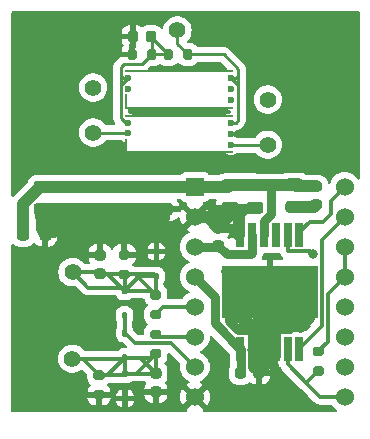
<source format=gtl>
G04 #@! TF.GenerationSoftware,KiCad,Pcbnew,7.0.9-7.0.9~ubuntu22.04.1*
G04 #@! TF.CreationDate,2023-12-29T17:52:02+00:00*
G04 #@! TF.ProjectId,driver_test,64726976-6572-45f7-9465-73742e6b6963,rev?*
G04 #@! TF.SameCoordinates,Original*
G04 #@! TF.FileFunction,Copper,L1,Top*
G04 #@! TF.FilePolarity,Positive*
%FSLAX46Y46*%
G04 Gerber Fmt 4.6, Leading zero omitted, Abs format (unit mm)*
G04 Created by KiCad (PCBNEW 7.0.9-7.0.9~ubuntu22.04.1) date 2023-12-29 17:52:02*
%MOMM*%
%LPD*%
G01*
G04 APERTURE LIST*
G04 #@! TA.AperFunction,ComponentPad*
%ADD10C,1.400000*%
G04 #@! TD*
G04 #@! TA.AperFunction,ComponentPad*
%ADD11C,0.600000*%
G04 #@! TD*
G04 #@! TA.AperFunction,SMDPad,CuDef*
%ADD12O,0.200000X1.225000*%
G04 #@! TD*
G04 #@! TA.AperFunction,SMDPad,CuDef*
%ADD13O,9.300000X0.200000*%
G04 #@! TD*
G04 #@! TA.AperFunction,SMDPad,CuDef*
%ADD14R,0.650000X2.000000*%
G04 #@! TD*
G04 #@! TA.AperFunction,SMDPad,CuDef*
%ADD15R,8.100000X4.500000*%
G04 #@! TD*
G04 #@! TA.AperFunction,ComponentPad*
%ADD16R,1.530000X1.530000*%
G04 #@! TD*
G04 #@! TA.AperFunction,ComponentPad*
%ADD17C,1.530000*%
G04 #@! TD*
G04 #@! TA.AperFunction,ViaPad*
%ADD18C,0.800000*%
G04 #@! TD*
G04 #@! TA.AperFunction,Conductor*
%ADD19C,0.800000*%
G04 #@! TD*
G04 #@! TA.AperFunction,Conductor*
%ADD20C,1.000000*%
G04 #@! TD*
G04 #@! TA.AperFunction,Conductor*
%ADD21C,0.300000*%
G04 #@! TD*
G04 #@! TA.AperFunction,Conductor*
%ADD22C,0.250000*%
G04 #@! TD*
G04 APERTURE END LIST*
G04 #@! TO.P,R1,1*
G04 #@! TO.N,/DIS*
G04 #@! TA.AperFunction,SMDPad,CuDef*
G36*
G01*
X26265000Y3090000D02*
X25715000Y3090000D01*
G75*
G02*
X25515000Y3290000I0J200000D01*
G01*
X25515000Y3690000D01*
G75*
G02*
X25715000Y3890000I200000J0D01*
G01*
X26265000Y3890000D01*
G75*
G02*
X26465000Y3690000I0J-200000D01*
G01*
X26465000Y3290000D01*
G75*
G02*
X26265000Y3090000I-200000J0D01*
G01*
G37*
G04 #@! TD.AperFunction*
G04 #@! TO.P,R1,2*
G04 #@! TO.N,+3.3V*
G04 #@! TA.AperFunction,SMDPad,CuDef*
G36*
G01*
X26265000Y4740000D02*
X25715000Y4740000D01*
G75*
G02*
X25515000Y4940000I0J200000D01*
G01*
X25515000Y5340000D01*
G75*
G02*
X25715000Y5540000I200000J0D01*
G01*
X26265000Y5540000D01*
G75*
G02*
X26465000Y5340000I0J-200000D01*
G01*
X26465000Y4940000D01*
G75*
G02*
X26265000Y4740000I-200000J0D01*
G01*
G37*
G04 #@! TD.AperFunction*
G04 #@! TD*
D10*
G04 #@! TO.P,IN_KNOCK2,1,Pin_1*
G04 #@! TO.N,Net-(IN_KNOCK2-Pin_1)*
X6930000Y27480000D03*
G04 #@! TD*
G04 #@! TO.P,C20,1*
G04 #@! TO.N,GND*
G04 #@! TA.AperFunction,SMDPad,CuDef*
G36*
G01*
X5115000Y16680000D02*
X4165000Y16680000D01*
G75*
G02*
X3915000Y16930000I0J250000D01*
G01*
X3915000Y17430000D01*
G75*
G02*
X4165000Y17680000I250000J0D01*
G01*
X5115000Y17680000D01*
G75*
G02*
X5365000Y17430000I0J-250000D01*
G01*
X5365000Y16930000D01*
G75*
G02*
X5115000Y16680000I-250000J0D01*
G01*
G37*
G04 #@! TD.AperFunction*
G04 #@! TO.P,C20,2*
G04 #@! TO.N,+12VA*
G04 #@! TA.AperFunction,SMDPad,CuDef*
G36*
G01*
X5115000Y18580000D02*
X4165000Y18580000D01*
G75*
G02*
X3915000Y18830000I0J250000D01*
G01*
X3915000Y19330000D01*
G75*
G02*
X4165000Y19580000I250000J0D01*
G01*
X5115000Y19580000D01*
G75*
G02*
X5365000Y19330000I0J-250000D01*
G01*
X5365000Y18830000D01*
G75*
G02*
X5115000Y18580000I-250000J0D01*
G01*
G37*
G04 #@! TD.AperFunction*
G04 #@! TD*
G04 #@! TO.P,C18,1*
G04 #@! TO.N,GND*
G04 #@! TA.AperFunction,SMDPad,CuDef*
G36*
G01*
X7175000Y16680000D02*
X6225000Y16680000D01*
G75*
G02*
X5975000Y16930000I0J250000D01*
G01*
X5975000Y17430000D01*
G75*
G02*
X6225000Y17680000I250000J0D01*
G01*
X7175000Y17680000D01*
G75*
G02*
X7425000Y17430000I0J-250000D01*
G01*
X7425000Y16930000D01*
G75*
G02*
X7175000Y16680000I-250000J0D01*
G01*
G37*
G04 #@! TD.AperFunction*
G04 #@! TO.P,C18,2*
G04 #@! TO.N,+12VA*
G04 #@! TA.AperFunction,SMDPad,CuDef*
G36*
G01*
X7175000Y18580000D02*
X6225000Y18580000D01*
G75*
G02*
X5975000Y18830000I0J250000D01*
G01*
X5975000Y19330000D01*
G75*
G02*
X6225000Y19580000I250000J0D01*
G01*
X7175000Y19580000D01*
G75*
G02*
X7425000Y19330000I0J-250000D01*
G01*
X7425000Y18830000D01*
G75*
G02*
X7175000Y18580000I-250000J0D01*
G01*
G37*
G04 #@! TD.AperFunction*
G04 #@! TD*
G04 #@! TO.P,C16,1*
G04 #@! TO.N,GND*
G04 #@! TA.AperFunction,SMDPad,CuDef*
G36*
G01*
X3390000Y15715000D02*
X3390000Y14765000D01*
G75*
G02*
X3140000Y14515000I-250000J0D01*
G01*
X2640000Y14515000D01*
G75*
G02*
X2390000Y14765000I0J250000D01*
G01*
X2390000Y15715000D01*
G75*
G02*
X2640000Y15965000I250000J0D01*
G01*
X3140000Y15965000D01*
G75*
G02*
X3390000Y15715000I0J-250000D01*
G01*
G37*
G04 #@! TD.AperFunction*
G04 #@! TO.P,C16,2*
G04 #@! TO.N,+12VA*
G04 #@! TA.AperFunction,SMDPad,CuDef*
G36*
G01*
X1490000Y15715000D02*
X1490000Y14765000D01*
G75*
G02*
X1240000Y14515000I-250000J0D01*
G01*
X740000Y14515000D01*
G75*
G02*
X490000Y14765000I0J250000D01*
G01*
X490000Y15715000D01*
G75*
G02*
X740000Y15965000I250000J0D01*
G01*
X1240000Y15965000D01*
G75*
G02*
X1490000Y15715000I0J-250000D01*
G01*
G37*
G04 #@! TD.AperFunction*
G04 #@! TD*
G04 #@! TO.P,R6,1*
G04 #@! TO.N,+5V*
G04 #@! TA.AperFunction,SMDPad,CuDef*
G36*
G01*
X15338000Y30554002D02*
X15338000Y30004002D01*
G75*
G02*
X15138000Y29804002I-200000J0D01*
G01*
X14738000Y29804002D01*
G75*
G02*
X14538000Y30004002I0J200000D01*
G01*
X14538000Y30554002D01*
G75*
G02*
X14738000Y30754002I200000J0D01*
G01*
X15138000Y30754002D01*
G75*
G02*
X15338000Y30554002I0J-200000D01*
G01*
G37*
G04 #@! TD.AperFunction*
G04 #@! TO.P,R6,2*
G04 #@! TO.N,/VREF*
G04 #@! TA.AperFunction,SMDPad,CuDef*
G36*
G01*
X13688000Y30554002D02*
X13688000Y30004002D01*
G75*
G02*
X13488000Y29804002I-200000J0D01*
G01*
X13088000Y29804002D01*
G75*
G02*
X12888000Y30004002I0J200000D01*
G01*
X12888000Y30554002D01*
G75*
G02*
X13088000Y30754002I200000J0D01*
G01*
X13488000Y30754002D01*
G75*
G02*
X13688000Y30554002I0J-200000D01*
G01*
G37*
G04 #@! TD.AperFunction*
G04 #@! TD*
G04 #@! TO.P,R7,1*
G04 #@! TO.N,/VREF*
G04 #@! TA.AperFunction,SMDPad,CuDef*
G36*
G01*
X12290000Y30554002D02*
X12290000Y30004002D01*
G75*
G02*
X12090000Y29804002I-200000J0D01*
G01*
X11690000Y29804002D01*
G75*
G02*
X11490000Y30004002I0J200000D01*
G01*
X11490000Y30554002D01*
G75*
G02*
X11690000Y30754002I200000J0D01*
G01*
X12090000Y30754002D01*
G75*
G02*
X12290000Y30554002I0J-200000D01*
G01*
G37*
G04 #@! TD.AperFunction*
G04 #@! TO.P,R7,2*
G04 #@! TO.N,GND*
G04 #@! TA.AperFunction,SMDPad,CuDef*
G36*
G01*
X10640000Y30554002D02*
X10640000Y30004002D01*
G75*
G02*
X10440000Y29804002I-200000J0D01*
G01*
X10040000Y29804002D01*
G75*
G02*
X9840000Y30004002I0J200000D01*
G01*
X9840000Y30554002D01*
G75*
G02*
X10040000Y30754002I200000J0D01*
G01*
X10440000Y30754002D01*
G75*
G02*
X10640000Y30554002I0J-200000D01*
G01*
G37*
G04 #@! TD.AperFunction*
G04 #@! TD*
G04 #@! TO.P,R4,1*
G04 #@! TO.N,Net-(D1-A)*
G04 #@! TA.AperFunction,SMDPad,CuDef*
G36*
G01*
X11960000Y10315000D02*
X12510000Y10315000D01*
G75*
G02*
X12710000Y10115000I0J-200000D01*
G01*
X12710000Y9715000D01*
G75*
G02*
X12510000Y9515000I-200000J0D01*
G01*
X11960000Y9515000D01*
G75*
G02*
X11760000Y9715000I0J200000D01*
G01*
X11760000Y10115000D01*
G75*
G02*
X11960000Y10315000I200000J0D01*
G01*
G37*
G04 #@! TD.AperFunction*
G04 #@! TO.P,R4,2*
G04 #@! TO.N,/TPS2_IN*
G04 #@! TA.AperFunction,SMDPad,CuDef*
G36*
G01*
X11960000Y8665000D02*
X12510000Y8665000D01*
G75*
G02*
X12710000Y8465000I0J-200000D01*
G01*
X12710000Y8065000D01*
G75*
G02*
X12510000Y7865000I-200000J0D01*
G01*
X11960000Y7865000D01*
G75*
G02*
X11760000Y8065000I0J200000D01*
G01*
X11760000Y8465000D01*
G75*
G02*
X11960000Y8665000I200000J0D01*
G01*
G37*
G04 #@! TD.AperFunction*
G04 #@! TD*
G04 #@! TO.P,C22,1*
G04 #@! TO.N,GND*
G04 #@! TA.AperFunction,SMDPad,CuDef*
G36*
G01*
X21085000Y16800000D02*
X20135000Y16800000D01*
G75*
G02*
X19885000Y17050000I0J250000D01*
G01*
X19885000Y17550000D01*
G75*
G02*
X20135000Y17800000I250000J0D01*
G01*
X21085000Y17800000D01*
G75*
G02*
X21335000Y17550000I0J-250000D01*
G01*
X21335000Y17050000D01*
G75*
G02*
X21085000Y16800000I-250000J0D01*
G01*
G37*
G04 #@! TD.AperFunction*
G04 #@! TO.P,C22,2*
G04 #@! TO.N,+12VA*
G04 #@! TA.AperFunction,SMDPad,CuDef*
G36*
G01*
X21085000Y18700000D02*
X20135000Y18700000D01*
G75*
G02*
X19885000Y18950000I0J250000D01*
G01*
X19885000Y19450000D01*
G75*
G02*
X20135000Y19700000I250000J0D01*
G01*
X21085000Y19700000D01*
G75*
G02*
X21335000Y19450000I0J-250000D01*
G01*
X21335000Y18950000D01*
G75*
G02*
X21085000Y18700000I-250000J0D01*
G01*
G37*
G04 #@! TD.AperFunction*
G04 #@! TD*
D11*
G04 #@! TO.P,M1,E1,V5A*
G04 #@! TO.N,+5V*
X18588000Y28284003D03*
D12*
G04 #@! TO.P,M1,E2,GND*
G04 #@! TO.N,GND*
X9688000Y26309003D03*
D13*
X14238000Y28884003D03*
X14238000Y25784003D03*
D11*
X18588000Y27334003D03*
G04 #@! TO.P,M1,E3,OUT_KNOCK*
G04 #@! TO.N,Net-(M1-OUT_KNOCK)*
X18588000Y26384005D03*
G04 #@! TO.P,M1,W1,IN_KNOCK*
G04 #@! TO.N,Net-(IN_KNOCK2-Pin_1)*
X9888000Y27384003D03*
G04 #@! TO.P,M1,W2,VREF*
G04 #@! TO.N,/VREF*
X9888000Y28284003D03*
G04 #@! TD*
D10*
G04 #@! TO.P,IN_KNOCK1,1,Pin_1*
G04 #@! TO.N,Net-(IN_KNOCK1-Pin_1)*
X6930000Y23670000D03*
G04 #@! TD*
G04 #@! TO.P,D3,1,K*
G04 #@! TO.N,Net-(D1-A)*
G04 #@! TA.AperFunction,SMDPad,CuDef*
G36*
G01*
X12377500Y11200000D02*
X12152500Y11200000D01*
G75*
G02*
X12040000Y11312500I0J112500D01*
G01*
X12040000Y11687500D01*
G75*
G02*
X12152500Y11800000I112500J0D01*
G01*
X12377500Y11800000D01*
G75*
G02*
X12490000Y11687500I0J-112500D01*
G01*
X12490000Y11312500D01*
G75*
G02*
X12377500Y11200000I-112500J0D01*
G01*
G37*
G04 #@! TD.AperFunction*
G04 #@! TO.P,D3,2,A*
G04 #@! TO.N,GND*
G04 #@! TA.AperFunction,SMDPad,CuDef*
G36*
G01*
X12377500Y13300000D02*
X12152500Y13300000D01*
G75*
G02*
X12040000Y13412500I0J112500D01*
G01*
X12040000Y13787500D01*
G75*
G02*
X12152500Y13900000I112500J0D01*
G01*
X12377500Y13900000D01*
G75*
G02*
X12490000Y13787500I0J-112500D01*
G01*
X12490000Y13412500D01*
G75*
G02*
X12377500Y13300000I-112500J0D01*
G01*
G37*
G04 #@! TD.AperFunction*
G04 #@! TD*
G04 #@! TO.P,D2,1,K*
G04 #@! TO.N,+3.3V*
G04 #@! TA.AperFunction,SMDPad,CuDef*
G36*
G01*
X9482500Y7000000D02*
X9707500Y7000000D01*
G75*
G02*
X9820000Y6887500I0J-112500D01*
G01*
X9820000Y6512500D01*
G75*
G02*
X9707500Y6400000I-112500J0D01*
G01*
X9482500Y6400000D01*
G75*
G02*
X9370000Y6512500I0J112500D01*
G01*
X9370000Y6887500D01*
G75*
G02*
X9482500Y7000000I112500J0D01*
G01*
G37*
G04 #@! TD.AperFunction*
G04 #@! TO.P,D2,2,A*
G04 #@! TO.N,Net-(D2-A)*
G04 #@! TA.AperFunction,SMDPad,CuDef*
G36*
G01*
X9482500Y4900000D02*
X9707500Y4900000D01*
G75*
G02*
X9820000Y4787500I0J-112500D01*
G01*
X9820000Y4412500D01*
G75*
G02*
X9707500Y4300000I-112500J0D01*
G01*
X9482500Y4300000D01*
G75*
G02*
X9370000Y4412500I0J112500D01*
G01*
X9370000Y4787500D01*
G75*
G02*
X9482500Y4900000I112500J0D01*
G01*
G37*
G04 #@! TD.AperFunction*
G04 #@! TD*
G04 #@! TO.P,C13,1*
G04 #@! TO.N,GND*
G04 #@! TA.AperFunction,SMDPad,CuDef*
G36*
G01*
X21405000Y3560000D02*
X21405000Y3060000D01*
G75*
G02*
X21180000Y2835000I-225000J0D01*
G01*
X20730000Y2835000D01*
G75*
G02*
X20505000Y3060000I0J225000D01*
G01*
X20505000Y3560000D01*
G75*
G02*
X20730000Y3785000I225000J0D01*
G01*
X21180000Y3785000D01*
G75*
G02*
X21405000Y3560000I0J-225000D01*
G01*
G37*
G04 #@! TD.AperFunction*
G04 #@! TO.P,C13,2*
G04 #@! TO.N,/OUT+*
G04 #@! TA.AperFunction,SMDPad,CuDef*
G36*
G01*
X19855000Y3560000D02*
X19855000Y3060000D01*
G75*
G02*
X19630000Y2835000I-225000J0D01*
G01*
X19180000Y2835000D01*
G75*
G02*
X18955000Y3060000I0J225000D01*
G01*
X18955000Y3560000D01*
G75*
G02*
X19180000Y3785000I225000J0D01*
G01*
X19630000Y3785000D01*
G75*
G02*
X19855000Y3560000I0J-225000D01*
G01*
G37*
G04 #@! TD.AperFunction*
G04 #@! TD*
G04 #@! TO.P,OUT_KNOCK1,1,Pin_1*
G04 #@! TO.N,Net-(M2-OUT_KNOCK)*
X21720000Y22640000D03*
G04 #@! TD*
G04 #@! TO.P,C2,1*
G04 #@! TO.N,GND*
G04 #@! TA.AperFunction,SMDPad,CuDef*
G36*
G01*
X7265000Y13725000D02*
X7765000Y13725000D01*
G75*
G02*
X7990000Y13500000I0J-225000D01*
G01*
X7990000Y13050000D01*
G75*
G02*
X7765000Y12825000I-225000J0D01*
G01*
X7265000Y12825000D01*
G75*
G02*
X7040000Y13050000I0J225000D01*
G01*
X7040000Y13500000D01*
G75*
G02*
X7265000Y13725000I225000J0D01*
G01*
G37*
G04 #@! TD.AperFunction*
G04 #@! TO.P,C2,2*
G04 #@! TO.N,Net-(D1-A)*
G04 #@! TA.AperFunction,SMDPad,CuDef*
G36*
G01*
X7265000Y12175000D02*
X7765000Y12175000D01*
G75*
G02*
X7990000Y11950000I0J-225000D01*
G01*
X7990000Y11500000D01*
G75*
G02*
X7765000Y11275000I-225000J0D01*
G01*
X7265000Y11275000D01*
G75*
G02*
X7040000Y11500000I0J225000D01*
G01*
X7040000Y11950000D01*
G75*
G02*
X7265000Y12175000I225000J0D01*
G01*
G37*
G04 #@! TD.AperFunction*
G04 #@! TD*
D11*
G04 #@! TO.P,M2,E1,V5A*
G04 #@! TO.N,+5V*
X18588000Y24496000D03*
D12*
G04 #@! TO.P,M2,E2,GND*
G04 #@! TO.N,GND*
X9688000Y22521000D03*
D13*
X14238000Y25096000D03*
X14238000Y21996000D03*
D11*
X18588000Y23546000D03*
G04 #@! TO.P,M2,E3,OUT_KNOCK*
G04 #@! TO.N,Net-(M2-OUT_KNOCK)*
X18588000Y22596002D03*
G04 #@! TO.P,M2,W1,IN_KNOCK*
G04 #@! TO.N,Net-(IN_KNOCK1-Pin_1)*
X9888000Y23596000D03*
G04 #@! TO.P,M2,W2,VREF*
G04 #@! TO.N,/VREF*
X9888000Y24496000D03*
G04 #@! TD*
D10*
G04 #@! TO.P,OUT_KNOCK2,1,Pin_1*
G04 #@! TO.N,Net-(M1-OUT_KNOCK)*
X21720000Y26460000D03*
G04 #@! TD*
G04 #@! TO.P,C15,1*
G04 #@! TO.N,GND*
G04 #@! TA.AperFunction,SMDPad,CuDef*
G36*
G01*
X3085000Y16680000D02*
X2135000Y16680000D01*
G75*
G02*
X1885000Y16930000I0J250000D01*
G01*
X1885000Y17430000D01*
G75*
G02*
X2135000Y17680000I250000J0D01*
G01*
X3085000Y17680000D01*
G75*
G02*
X3335000Y17430000I0J-250000D01*
G01*
X3335000Y16930000D01*
G75*
G02*
X3085000Y16680000I-250000J0D01*
G01*
G37*
G04 #@! TD.AperFunction*
G04 #@! TO.P,C15,2*
G04 #@! TO.N,+12VA*
G04 #@! TA.AperFunction,SMDPad,CuDef*
G36*
G01*
X3085000Y18580000D02*
X2135000Y18580000D01*
G75*
G02*
X1885000Y18830000I0J250000D01*
G01*
X1885000Y19330000D01*
G75*
G02*
X2135000Y19580000I250000J0D01*
G01*
X3085000Y19580000D01*
G75*
G02*
X3335000Y19330000I0J-250000D01*
G01*
X3335000Y18830000D01*
G75*
G02*
X3085000Y18580000I-250000J0D01*
G01*
G37*
G04 #@! TD.AperFunction*
G04 #@! TD*
G04 #@! TO.P,D1,1,K*
G04 #@! TO.N,+3.3V*
G04 #@! TA.AperFunction,SMDPad,CuDef*
G36*
G01*
X9697500Y7880000D02*
X9472500Y7880000D01*
G75*
G02*
X9360000Y7992500I0J112500D01*
G01*
X9360000Y8367500D01*
G75*
G02*
X9472500Y8480000I112500J0D01*
G01*
X9697500Y8480000D01*
G75*
G02*
X9810000Y8367500I0J-112500D01*
G01*
X9810000Y7992500D01*
G75*
G02*
X9697500Y7880000I-112500J0D01*
G01*
G37*
G04 #@! TD.AperFunction*
G04 #@! TO.P,D1,2,A*
G04 #@! TO.N,Net-(D1-A)*
G04 #@! TA.AperFunction,SMDPad,CuDef*
G36*
G01*
X9697500Y9980000D02*
X9472500Y9980000D01*
G75*
G02*
X9360000Y10092500I0J112500D01*
G01*
X9360000Y10467500D01*
G75*
G02*
X9472500Y10580000I112500J0D01*
G01*
X9697500Y10580000D01*
G75*
G02*
X9810000Y10467500I0J-112500D01*
G01*
X9810000Y10092500D01*
G75*
G02*
X9697500Y9980000I-112500J0D01*
G01*
G37*
G04 #@! TD.AperFunction*
G04 #@! TD*
G04 #@! TO.P,PPS2_CPU1,1,Pin_1*
G04 #@! TO.N,Net-(D2-A)*
X5155000Y4520000D03*
G04 #@! TD*
D14*
G04 #@! TO.P,U2,1,DIR*
G04 #@! TO.N,/DIR*
X24385000Y14970000D03*
G04 #@! TO.P,U2,2,VSO*
G04 #@! TO.N,+3.3V*
X23385000Y14970000D03*
G04 #@! TO.P,U2,3,SO*
G04 #@! TO.N,unconnected-(U2-SO-Pad3)*
X22385000Y14970000D03*
G04 #@! TO.P,U2,4,VS*
G04 #@! TO.N,+12VA*
X21385000Y14970000D03*
G04 #@! TO.P,U2,5,OUT1*
G04 #@! TO.N,/OUT-*
X20385000Y14970000D03*
G04 #@! TO.P,U2,6,GND*
G04 #@! TO.N,GND*
X19385000Y14970000D03*
G04 #@! TO.P,U2,7,OUT2*
G04 #@! TO.N,/OUT+*
X19385000Y5370000D03*
G04 #@! TO.P,U2,8,SI*
G04 #@! TO.N,GND*
X20385000Y5370000D03*
G04 #@! TO.P,U2,9,CSN*
X21385000Y5370000D03*
G04 #@! TO.P,U2,10,SCK*
X22385000Y5370000D03*
G04 #@! TO.P,U2,11,DIS*
G04 #@! TO.N,/DIS*
X23385000Y5370000D03*
G04 #@! TO.P,U2,12,PWM*
G04 #@! TO.N,/PWM*
X24385000Y5370000D03*
D15*
G04 #@! TO.P,U2,13,GND*
G04 #@! TO.N,GND*
X21885000Y10170000D03*
G04 #@! TD*
G04 #@! TO.P,C1,1*
G04 #@! TO.N,GND*
G04 #@! TA.AperFunction,SMDPad,CuDef*
G36*
G01*
X13445000Y16680000D02*
X12495000Y16680000D01*
G75*
G02*
X12245000Y16930000I0J250000D01*
G01*
X12245000Y17430000D01*
G75*
G02*
X12495000Y17680000I250000J0D01*
G01*
X13445000Y17680000D01*
G75*
G02*
X13695000Y17430000I0J-250000D01*
G01*
X13695000Y16930000D01*
G75*
G02*
X13445000Y16680000I-250000J0D01*
G01*
G37*
G04 #@! TD.AperFunction*
G04 #@! TO.P,C1,2*
G04 #@! TO.N,+12VA*
G04 #@! TA.AperFunction,SMDPad,CuDef*
G36*
G01*
X13445000Y18580000D02*
X12495000Y18580000D01*
G75*
G02*
X12245000Y18830000I0J250000D01*
G01*
X12245000Y19330000D01*
G75*
G02*
X12495000Y19580000I250000J0D01*
G01*
X13445000Y19580000D01*
G75*
G02*
X13695000Y19330000I0J-250000D01*
G01*
X13695000Y18830000D01*
G75*
G02*
X13445000Y18580000I-250000J0D01*
G01*
G37*
G04 #@! TD.AperFunction*
G04 #@! TD*
G04 #@! TO.P,C12,1*
G04 #@! TO.N,GND*
G04 #@! TA.AperFunction,SMDPad,CuDef*
G36*
G01*
X17270000Y16080000D02*
X17770000Y16080000D01*
G75*
G02*
X17995000Y15855000I0J-225000D01*
G01*
X17995000Y15405000D01*
G75*
G02*
X17770000Y15180000I-225000J0D01*
G01*
X17270000Y15180000D01*
G75*
G02*
X17045000Y15405000I0J225000D01*
G01*
X17045000Y15855000D01*
G75*
G02*
X17270000Y16080000I225000J0D01*
G01*
G37*
G04 #@! TD.AperFunction*
G04 #@! TO.P,C12,2*
G04 #@! TO.N,/OUT-*
G04 #@! TA.AperFunction,SMDPad,CuDef*
G36*
G01*
X17270000Y14530000D02*
X17770000Y14530000D01*
G75*
G02*
X17995000Y14305000I0J-225000D01*
G01*
X17995000Y13855000D01*
G75*
G02*
X17770000Y13630000I-225000J0D01*
G01*
X17270000Y13630000D01*
G75*
G02*
X17045000Y13855000I0J225000D01*
G01*
X17045000Y14305000D01*
G75*
G02*
X17270000Y14530000I225000J0D01*
G01*
G37*
G04 #@! TD.AperFunction*
G04 #@! TD*
G04 #@! TO.P,C21,1*
G04 #@! TO.N,GND*
G04 #@! TA.AperFunction,SMDPad,CuDef*
G36*
G01*
X9265000Y16670000D02*
X8315000Y16670000D01*
G75*
G02*
X8065000Y16920000I0J250000D01*
G01*
X8065000Y17420000D01*
G75*
G02*
X8315000Y17670000I250000J0D01*
G01*
X9265000Y17670000D01*
G75*
G02*
X9515000Y17420000I0J-250000D01*
G01*
X9515000Y16920000D01*
G75*
G02*
X9265000Y16670000I-250000J0D01*
G01*
G37*
G04 #@! TD.AperFunction*
G04 #@! TO.P,C21,2*
G04 #@! TO.N,+12VA*
G04 #@! TA.AperFunction,SMDPad,CuDef*
G36*
G01*
X9265000Y18570000D02*
X8315000Y18570000D01*
G75*
G02*
X8065000Y18820000I0J250000D01*
G01*
X8065000Y19320000D01*
G75*
G02*
X8315000Y19570000I250000J0D01*
G01*
X9265000Y19570000D01*
G75*
G02*
X9515000Y19320000I0J-250000D01*
G01*
X9515000Y18820000D01*
G75*
G02*
X9265000Y18570000I-250000J0D01*
G01*
G37*
G04 #@! TD.AperFunction*
G04 #@! TD*
G04 #@! TO.P,C3,1*
G04 #@! TO.N,GND*
G04 #@! TA.AperFunction,SMDPad,CuDef*
G36*
G01*
X12495000Y1285000D02*
X11995000Y1285000D01*
G75*
G02*
X11770000Y1510000I0J225000D01*
G01*
X11770000Y1960000D01*
G75*
G02*
X11995000Y2185000I225000J0D01*
G01*
X12495000Y2185000D01*
G75*
G02*
X12720000Y1960000I0J-225000D01*
G01*
X12720000Y1510000D01*
G75*
G02*
X12495000Y1285000I-225000J0D01*
G01*
G37*
G04 #@! TD.AperFunction*
G04 #@! TO.P,C3,2*
G04 #@! TO.N,Net-(D2-A)*
G04 #@! TA.AperFunction,SMDPad,CuDef*
G36*
G01*
X12495000Y2835000D02*
X11995000Y2835000D01*
G75*
G02*
X11770000Y3060000I0J225000D01*
G01*
X11770000Y3510000D01*
G75*
G02*
X11995000Y3735000I225000J0D01*
G01*
X12495000Y3735000D01*
G75*
G02*
X12720000Y3510000I0J-225000D01*
G01*
X12720000Y3060000D01*
G75*
G02*
X12495000Y2835000I-225000J0D01*
G01*
G37*
G04 #@! TD.AperFunction*
G04 #@! TD*
G04 #@! TO.P,R2,1*
G04 #@! TO.N,Net-(D2-A)*
G04 #@! TA.AperFunction,SMDPad,CuDef*
G36*
G01*
X12510000Y4540000D02*
X11960000Y4540000D01*
G75*
G02*
X11760000Y4740000I0J200000D01*
G01*
X11760000Y5140000D01*
G75*
G02*
X11960000Y5340000I200000J0D01*
G01*
X12510000Y5340000D01*
G75*
G02*
X12710000Y5140000I0J-200000D01*
G01*
X12710000Y4740000D01*
G75*
G02*
X12510000Y4540000I-200000J0D01*
G01*
G37*
G04 #@! TD.AperFunction*
G04 #@! TO.P,R2,2*
G04 #@! TO.N,/PPS2_IN*
G04 #@! TA.AperFunction,SMDPad,CuDef*
G36*
G01*
X12510000Y6190000D02*
X11960000Y6190000D01*
G75*
G02*
X11760000Y6390000I0J200000D01*
G01*
X11760000Y6790000D01*
G75*
G02*
X11960000Y6990000I200000J0D01*
G01*
X12510000Y6990000D01*
G75*
G02*
X12710000Y6790000I0J-200000D01*
G01*
X12710000Y6390000D01*
G75*
G02*
X12510000Y6190000I-200000J0D01*
G01*
G37*
G04 #@! TD.AperFunction*
G04 #@! TD*
G04 #@! TO.P,C14,1*
G04 #@! TO.N,GND*
G04 #@! TA.AperFunction,SMDPad,CuDef*
G36*
G01*
X11355000Y16680000D02*
X10405000Y16680000D01*
G75*
G02*
X10155000Y16930000I0J250000D01*
G01*
X10155000Y17430000D01*
G75*
G02*
X10405000Y17680000I250000J0D01*
G01*
X11355000Y17680000D01*
G75*
G02*
X11605000Y17430000I0J-250000D01*
G01*
X11605000Y16930000D01*
G75*
G02*
X11355000Y16680000I-250000J0D01*
G01*
G37*
G04 #@! TD.AperFunction*
G04 #@! TO.P,C14,2*
G04 #@! TO.N,+12VA*
G04 #@! TA.AperFunction,SMDPad,CuDef*
G36*
G01*
X11355000Y18580000D02*
X10405000Y18580000D01*
G75*
G02*
X10155000Y18830000I0J250000D01*
G01*
X10155000Y19330000D01*
G75*
G02*
X10405000Y19580000I250000J0D01*
G01*
X11355000Y19580000D01*
G75*
G02*
X11605000Y19330000I0J-250000D01*
G01*
X11605000Y18830000D01*
G75*
G02*
X11355000Y18580000I-250000J0D01*
G01*
G37*
G04 #@! TD.AperFunction*
G04 #@! TD*
G04 #@! TO.P,D4,1,K*
G04 #@! TO.N,Net-(D2-A)*
G04 #@! TA.AperFunction,SMDPad,CuDef*
G36*
G01*
X9512500Y3560000D02*
X9737500Y3560000D01*
G75*
G02*
X9850000Y3447500I0J-112500D01*
G01*
X9850000Y3072500D01*
G75*
G02*
X9737500Y2960000I-112500J0D01*
G01*
X9512500Y2960000D01*
G75*
G02*
X9400000Y3072500I0J112500D01*
G01*
X9400000Y3447500D01*
G75*
G02*
X9512500Y3560000I112500J0D01*
G01*
G37*
G04 #@! TD.AperFunction*
G04 #@! TO.P,D4,2,A*
G04 #@! TO.N,GND*
G04 #@! TA.AperFunction,SMDPad,CuDef*
G36*
G01*
X9512500Y1460000D02*
X9737500Y1460000D01*
G75*
G02*
X9850000Y1347500I0J-112500D01*
G01*
X9850000Y972500D01*
G75*
G02*
X9737500Y860000I-112500J0D01*
G01*
X9512500Y860000D01*
G75*
G02*
X9400000Y972500I0J112500D01*
G01*
X9400000Y1347500D01*
G75*
G02*
X9512500Y1460000I112500J0D01*
G01*
G37*
G04 #@! TD.AperFunction*
G04 #@! TD*
D10*
G04 #@! TO.P,5V_IN1,1,Pin_1*
G04 #@! TO.N,+5V*
X14063000Y32311002D03*
G04 #@! TD*
G04 #@! TO.P,C4,1*
G04 #@! TO.N,GND*
G04 #@! TA.AperFunction,SMDPad,CuDef*
G36*
G01*
X9840000Y31553002D02*
X9840000Y32053002D01*
G75*
G02*
X10065000Y32278002I225000J0D01*
G01*
X10515000Y32278002D01*
G75*
G02*
X10740000Y32053002I0J-225000D01*
G01*
X10740000Y31553002D01*
G75*
G02*
X10515000Y31328002I-225000J0D01*
G01*
X10065000Y31328002D01*
G75*
G02*
X9840000Y31553002I0J225000D01*
G01*
G37*
G04 #@! TD.AperFunction*
G04 #@! TO.P,C4,2*
G04 #@! TO.N,/VREF*
G04 #@! TA.AperFunction,SMDPad,CuDef*
G36*
G01*
X11390000Y31553002D02*
X11390000Y32053002D01*
G75*
G02*
X11615000Y32278002I225000J0D01*
G01*
X12065000Y32278002D01*
G75*
G02*
X12290000Y32053002I0J-225000D01*
G01*
X12290000Y31553002D01*
G75*
G02*
X12065000Y31328002I-225000J0D01*
G01*
X11615000Y31328002D01*
G75*
G02*
X11390000Y31553002I0J225000D01*
G01*
G37*
G04 #@! TD.AperFunction*
G04 #@! TD*
G04 #@! TO.P,R5,1*
G04 #@! TO.N,GND*
G04 #@! TA.AperFunction,SMDPad,CuDef*
G36*
G01*
X9280000Y13715000D02*
X9830000Y13715000D01*
G75*
G02*
X10030000Y13515000I0J-200000D01*
G01*
X10030000Y13115000D01*
G75*
G02*
X9830000Y12915000I-200000J0D01*
G01*
X9280000Y12915000D01*
G75*
G02*
X9080000Y13115000I0J200000D01*
G01*
X9080000Y13515000D01*
G75*
G02*
X9280000Y13715000I200000J0D01*
G01*
G37*
G04 #@! TD.AperFunction*
G04 #@! TO.P,R5,2*
G04 #@! TO.N,Net-(D1-A)*
G04 #@! TA.AperFunction,SMDPad,CuDef*
G36*
G01*
X9280000Y12065000D02*
X9830000Y12065000D01*
G75*
G02*
X10030000Y11865000I0J-200000D01*
G01*
X10030000Y11465000D01*
G75*
G02*
X9830000Y11265000I-200000J0D01*
G01*
X9280000Y11265000D01*
G75*
G02*
X9080000Y11465000I0J200000D01*
G01*
X9080000Y11865000D01*
G75*
G02*
X9280000Y12065000I200000J0D01*
G01*
G37*
G04 #@! TD.AperFunction*
G04 #@! TD*
G04 #@! TO.P,C11,1*
G04 #@! TO.N,GND*
G04 #@! TA.AperFunction,SMDPad,CuDef*
G36*
G01*
X26060000Y17115000D02*
X25560000Y17115000D01*
G75*
G02*
X25335000Y17340000I0J225000D01*
G01*
X25335000Y17790000D01*
G75*
G02*
X25560000Y18015000I225000J0D01*
G01*
X26060000Y18015000D01*
G75*
G02*
X26285000Y17790000I0J-225000D01*
G01*
X26285000Y17340000D01*
G75*
G02*
X26060000Y17115000I-225000J0D01*
G01*
G37*
G04 #@! TD.AperFunction*
G04 #@! TO.P,C11,2*
G04 #@! TO.N,+12VA*
G04 #@! TA.AperFunction,SMDPad,CuDef*
G36*
G01*
X26060000Y18665000D02*
X25560000Y18665000D01*
G75*
G02*
X25335000Y18890000I0J225000D01*
G01*
X25335000Y19340000D01*
G75*
G02*
X25560000Y19565000I225000J0D01*
G01*
X26060000Y19565000D01*
G75*
G02*
X26285000Y19340000I0J-225000D01*
G01*
X26285000Y18890000D01*
G75*
G02*
X26060000Y18665000I-225000J0D01*
G01*
G37*
G04 #@! TD.AperFunction*
G04 #@! TD*
G04 #@! TO.P,C19,1*
G04 #@! TO.N,GND*
G04 #@! TA.AperFunction,SMDPad,CuDef*
G36*
G01*
X18995000Y16810000D02*
X18045000Y16810000D01*
G75*
G02*
X17795000Y17060000I0J250000D01*
G01*
X17795000Y17560000D01*
G75*
G02*
X18045000Y17810000I250000J0D01*
G01*
X18995000Y17810000D01*
G75*
G02*
X19245000Y17560000I0J-250000D01*
G01*
X19245000Y17060000D01*
G75*
G02*
X18995000Y16810000I-250000J0D01*
G01*
G37*
G04 #@! TD.AperFunction*
G04 #@! TO.P,C19,2*
G04 #@! TO.N,+12VA*
G04 #@! TA.AperFunction,SMDPad,CuDef*
G36*
G01*
X18995000Y18710000D02*
X18045000Y18710000D01*
G75*
G02*
X17795000Y18960000I0J250000D01*
G01*
X17795000Y19460000D01*
G75*
G02*
X18045000Y19710000I250000J0D01*
G01*
X18995000Y19710000D01*
G75*
G02*
X19245000Y19460000I0J-250000D01*
G01*
X19245000Y18960000D01*
G75*
G02*
X18995000Y18710000I-250000J0D01*
G01*
G37*
G04 #@! TD.AperFunction*
G04 #@! TD*
G04 #@! TO.P,R3,1*
G04 #@! TO.N,GND*
G04 #@! TA.AperFunction,SMDPad,CuDef*
G36*
G01*
X7700000Y1075000D02*
X7150000Y1075000D01*
G75*
G02*
X6950000Y1275000I0J200000D01*
G01*
X6950000Y1675000D01*
G75*
G02*
X7150000Y1875000I200000J0D01*
G01*
X7700000Y1875000D01*
G75*
G02*
X7900000Y1675000I0J-200000D01*
G01*
X7900000Y1275000D01*
G75*
G02*
X7700000Y1075000I-200000J0D01*
G01*
G37*
G04 #@! TD.AperFunction*
G04 #@! TO.P,R3,2*
G04 #@! TO.N,Net-(D2-A)*
G04 #@! TA.AperFunction,SMDPad,CuDef*
G36*
G01*
X7700000Y2725000D02*
X7150000Y2725000D01*
G75*
G02*
X6950000Y2925000I0J200000D01*
G01*
X6950000Y3325000D01*
G75*
G02*
X7150000Y3525000I200000J0D01*
G01*
X7700000Y3525000D01*
G75*
G02*
X7900000Y3325000I0J-200000D01*
G01*
X7900000Y2925000D01*
G75*
G02*
X7700000Y2725000I-200000J0D01*
G01*
G37*
G04 #@! TD.AperFunction*
G04 #@! TD*
G04 #@! TO.P,C17,1*
G04 #@! TO.N,GND*
G04 #@! TA.AperFunction,SMDPad,CuDef*
G36*
G01*
X24405000Y16880000D02*
X23455000Y16880000D01*
G75*
G02*
X23205000Y17130000I0J250000D01*
G01*
X23205000Y17630000D01*
G75*
G02*
X23455000Y17880000I250000J0D01*
G01*
X24405000Y17880000D01*
G75*
G02*
X24655000Y17630000I0J-250000D01*
G01*
X24655000Y17130000D01*
G75*
G02*
X24405000Y16880000I-250000J0D01*
G01*
G37*
G04 #@! TD.AperFunction*
G04 #@! TO.P,C17,2*
G04 #@! TO.N,+12VA*
G04 #@! TA.AperFunction,SMDPad,CuDef*
G36*
G01*
X24405000Y18780000D02*
X23455000Y18780000D01*
G75*
G02*
X23205000Y19030000I0J250000D01*
G01*
X23205000Y19530000D01*
G75*
G02*
X23455000Y19780000I250000J0D01*
G01*
X24405000Y19780000D01*
G75*
G02*
X24655000Y19530000I0J-250000D01*
G01*
X24655000Y19030000D01*
G75*
G02*
X24405000Y18780000I-250000J0D01*
G01*
G37*
G04 #@! TD.AperFunction*
G04 #@! TD*
G04 #@! TO.P,TPS2_CPU1,1,Pin_1*
G04 #@! TO.N,Net-(D1-A)*
X5185000Y11860000D03*
G04 #@! TD*
D16*
G04 #@! TO.P,U1,1,~{ENABLE}*
G04 #@! TO.N,+12VA*
X15535000Y19060000D03*
D17*
G04 #@! TO.P,U1,2,MS1*
G04 #@! TO.N,GND*
X15535000Y16520000D03*
G04 #@! TO.P,U1,3,MS2*
G04 #@! TO.N,/OUT-*
X15535000Y13980000D03*
G04 #@! TO.P,U1,4,MS3*
G04 #@! TO.N,/OUT+*
X15535000Y11440000D03*
G04 #@! TO.P,U1,5,~{RESET}*
G04 #@! TO.N,/TPS2_IN*
X15535000Y8900000D03*
G04 #@! TO.P,U1,6,~{SLEEP}*
G04 #@! TO.N,/PPS2_IN*
X15535000Y6360000D03*
G04 #@! TO.P,U1,7,STEP*
G04 #@! TO.N,+3.3V*
X15535000Y3820000D03*
G04 #@! TO.P,U1,8,DIR*
G04 #@! TO.N,GND*
X15535000Y1280000D03*
G04 #@! TO.P,U1,9,GND*
G04 #@! TO.N,/DIS*
X28235000Y1280000D03*
G04 #@! TO.P,U1,10,VDD*
G04 #@! TO.N,unconnected-(U1-VDD-Pad10)*
X28235000Y3820000D03*
G04 #@! TO.P,U1,11,1B*
G04 #@! TO.N,unconnected-(U1-1B-Pad11)*
X28235000Y6360000D03*
G04 #@! TO.P,U1,12,1A*
G04 #@! TO.N,unconnected-(U1-1A-Pad12)*
X28235000Y8900000D03*
G04 #@! TO.P,U1,13,2A*
G04 #@! TO.N,+3.3V*
X28235000Y11440000D03*
G04 #@! TO.P,U1,14,2B*
X28235000Y13980000D03*
G04 #@! TO.P,U1,15,GND*
G04 #@! TO.N,/PWM*
X28235000Y16520000D03*
G04 #@! TO.P,U1,16,VMOT*
G04 #@! TO.N,/DIR*
X28235000Y19060000D03*
G04 #@! TD*
D18*
G04 #@! TO.N,GND*
X21020000Y10090000D03*
X20130000Y8340000D03*
X18340000Y11910000D03*
X21920000Y9230000D03*
X18320000Y8280000D03*
X20130000Y10110000D03*
X24560000Y10170000D03*
X25470000Y11090000D03*
X22390000Y5320000D03*
X23960000Y17350000D03*
X23690000Y8380000D03*
X18330000Y9160000D03*
X19230000Y8310000D03*
X22790000Y9230000D03*
X25800000Y17530000D03*
X22790000Y8350000D03*
X20140000Y11000000D03*
X18550000Y17270000D03*
X23680000Y11910000D03*
X21010000Y11850000D03*
X21410000Y5300000D03*
X2808000Y15190000D03*
X25460000Y9310000D03*
X25460000Y10200000D03*
X25460000Y8430000D03*
X20120000Y11870000D03*
X21030000Y10980000D03*
X18340000Y10070000D03*
X19230000Y9190000D03*
X12968000Y17222000D03*
X23690000Y9260000D03*
X21020000Y9200000D03*
X20130000Y9220000D03*
X21910000Y11880000D03*
X6618000Y17222000D03*
X25450000Y11960000D03*
X22800000Y11010000D03*
X22780000Y11880000D03*
X24550000Y11930000D03*
X24560000Y9280000D03*
X22790000Y10120000D03*
X4586000Y17222000D03*
X18350000Y10980000D03*
X24570000Y11060000D03*
X21020000Y8320000D03*
X23690000Y10150000D03*
X2554000Y17222000D03*
X19230000Y10080000D03*
X23700000Y11040000D03*
X21920000Y10120000D03*
X20970000Y3320000D03*
X20410000Y5270000D03*
X19220000Y11840000D03*
X10936000Y17222000D03*
X19240000Y10970000D03*
X21930000Y11010000D03*
X21920000Y8350000D03*
X20660000Y17270000D03*
X8904000Y17222000D03*
X24560000Y8400000D03*
G04 #@! TO.N,+3.3V*
X25550000Y13390000D03*
G04 #@! TD*
D19*
G04 #@! TO.N,/OUT-*
X17420000Y13980000D02*
X17520000Y14080000D01*
X20310000Y13370000D02*
X18230000Y13370000D01*
X20385000Y14970000D02*
X20385000Y13445000D01*
X18230000Y13370000D02*
X17520000Y14080000D01*
X15535000Y13980000D02*
X17420000Y13980000D01*
X20385000Y13445000D02*
X20310000Y13370000D01*
G04 #@! TO.N,GND*
X18630000Y9160000D02*
X18460000Y8990000D01*
D20*
X12970000Y17180000D02*
X12970000Y16462000D01*
D19*
X21677500Y4032500D02*
X20970000Y3325000D01*
D20*
X2610000Y15520000D02*
X2808000Y15322000D01*
D19*
X18450000Y7740000D02*
X18980000Y7210000D01*
D20*
X2554000Y17222000D02*
X2610000Y15520000D01*
D19*
X25300000Y7960000D02*
X24470000Y7130000D01*
X20405001Y6874999D02*
X20405001Y5370000D01*
X24430000Y7170000D02*
X23690000Y7170000D01*
X19345000Y7935000D02*
X20405001Y6874999D01*
X23625000Y10245000D02*
X22385000Y9005000D01*
X20970000Y3325000D02*
X20970000Y3320000D01*
X25130000Y10750000D02*
X25470000Y11090000D01*
X21455000Y5300000D02*
X21677500Y5077500D01*
X21530000Y7030000D02*
X21385000Y5370000D01*
X25130000Y11430000D02*
X25130000Y11750000D01*
X22385000Y5315000D02*
X22385000Y4740000D01*
X21385000Y5540001D02*
X20405001Y6520000D01*
X20405001Y6520000D02*
X20405001Y5370000D01*
X21677500Y5077500D02*
X21677500Y4032500D01*
D20*
X2808000Y15190000D02*
X2940000Y15190000D01*
D19*
X18980000Y7210000D02*
X19220000Y6970000D01*
X23680000Y7160000D02*
X23680000Y8320000D01*
X21410000Y5345000D02*
X21410000Y5300000D01*
D20*
X17730000Y16520000D02*
X18520000Y17310000D01*
D19*
X21385000Y8635000D02*
X21610000Y8560000D01*
D20*
X15535000Y16520000D02*
X16630000Y16520000D01*
X25650000Y17380000D02*
X25800000Y17530000D01*
D19*
X21385000Y5370000D02*
X21385000Y8005000D01*
X20955000Y3310000D02*
X20405001Y3859999D01*
X22385000Y7840000D02*
X22385000Y7170000D01*
D20*
X12970000Y16462000D02*
X12968000Y16460000D01*
D19*
X22385000Y4740000D02*
X21677500Y4032500D01*
X20405001Y5370000D02*
X22385000Y5370000D01*
D20*
X16630000Y16520000D02*
X17520000Y15630000D01*
X4586000Y15444000D02*
X6322000Y17180000D01*
D19*
X23690000Y7170000D02*
X23680000Y7160000D01*
X23625000Y10245000D02*
X24110000Y10730000D01*
X18350000Y10980000D02*
X18340000Y10070000D01*
X25300000Y8460000D02*
X25460000Y8430000D01*
D20*
X18550000Y17270000D02*
X19285000Y16535000D01*
D19*
X22390000Y5320000D02*
X22390000Y6170000D01*
X20405001Y6874999D02*
X20405001Y6520000D01*
X24110000Y10730000D02*
X25460000Y10200000D01*
X18450000Y7935000D02*
X18450000Y8150000D01*
X20955000Y3310000D02*
X20955000Y4940000D01*
X25130000Y10730000D02*
X25130000Y10750000D01*
D20*
X6322000Y17180000D02*
X6700000Y17180000D01*
D19*
X19190000Y17300000D02*
X20610000Y17300000D01*
X18330000Y8860000D02*
X18330000Y9160000D01*
D20*
X2890000Y15240000D02*
X3620000Y15240000D01*
X12968000Y17222000D02*
X12970000Y17180000D01*
D19*
X23680000Y7160000D02*
X23670000Y7170000D01*
X25130000Y11750000D02*
X25250000Y11870000D01*
D20*
X6618000Y17222000D02*
X8904000Y17222000D01*
D19*
X25250000Y11870000D02*
X24750000Y11870000D01*
X18340000Y11910000D02*
X18110000Y11910000D01*
D20*
X4544000Y17180000D02*
X4586000Y17222000D01*
D19*
X22270000Y7770000D02*
X21530000Y7030000D01*
X20405001Y5274999D02*
X20405001Y5370000D01*
X20410000Y5270000D02*
X20405001Y5274999D01*
D20*
X18550000Y16660000D02*
X17520000Y15630000D01*
D19*
X25460000Y8430000D02*
X25300000Y7960000D01*
X25040000Y8460000D02*
X24350000Y7770000D01*
D20*
X8904000Y17222000D02*
X10936000Y17222000D01*
D19*
X19385000Y14970000D02*
X18725000Y15630000D01*
X20310000Y6970000D02*
X20405001Y6874999D01*
X22385000Y5325000D02*
X22390000Y5320000D01*
X19915000Y17300000D02*
X20610000Y17300000D01*
X19820000Y7935000D02*
X18450000Y7935000D01*
D20*
X18550000Y17270000D02*
X18550000Y16660000D01*
D19*
X25460000Y10200000D02*
X25130000Y10730000D01*
X20970000Y3320000D02*
X20965000Y3320000D01*
X17520000Y15630000D02*
X19190000Y17300000D01*
X18450000Y8410000D02*
X18450000Y8980000D01*
X21385000Y5370000D02*
X21385000Y5540001D01*
D20*
X15535000Y16520000D02*
X17730000Y16520000D01*
D19*
X20965000Y3320000D02*
X20955000Y3310000D01*
X18320000Y8280000D02*
X18450000Y8410000D01*
X18340000Y10070000D02*
X18350000Y10310000D01*
X21530000Y7030000D02*
X21575000Y7030000D01*
X18340000Y11680000D02*
X18340000Y11910000D01*
D20*
X2808000Y15322000D02*
X2808000Y15190000D01*
D19*
X18450000Y7935000D02*
X18450000Y7740000D01*
X21575000Y7030000D02*
X22385000Y7840000D01*
D20*
X2610000Y17180000D02*
X2554000Y17222000D01*
D19*
X24350000Y7770000D02*
X22270000Y7770000D01*
D20*
X12968000Y16460000D02*
X3824000Y16460000D01*
D19*
X20410000Y5270000D02*
X20410000Y7360000D01*
D20*
X2610000Y17180000D02*
X2610000Y16250000D01*
X3824000Y16460000D02*
X3697000Y16333000D01*
X4205000Y15825000D02*
X4586000Y15444000D01*
D19*
X20405001Y5265001D02*
X20410000Y5270000D01*
D20*
X19285000Y16535000D02*
X19285000Y14970000D01*
D19*
X21385000Y5370000D02*
X21410000Y5345000D01*
D20*
X2940000Y15190000D02*
X2890000Y15240000D01*
D19*
X22385000Y5370000D02*
X19820000Y7935000D01*
X18300000Y11720000D02*
X18340000Y11680000D01*
X19680000Y6970000D02*
X20310000Y6970000D01*
D20*
X10936000Y17222000D02*
X12968000Y17222000D01*
D19*
X22385000Y5370000D02*
X22385000Y5325000D01*
X25300000Y8460000D02*
X25040000Y8460000D01*
D20*
X2610000Y17180000D02*
X4544000Y17180000D01*
D19*
X19220000Y6970000D02*
X19680000Y6970000D01*
X22385000Y5370000D02*
X22385000Y7170000D01*
X20955000Y4940000D02*
X21385000Y5370000D01*
D20*
X3697000Y16333000D02*
X4205000Y15825000D01*
X4628000Y17180000D02*
X4640000Y17180000D01*
D19*
X18110000Y11910000D02*
X21385000Y8635000D01*
X19385000Y14970000D02*
X19385000Y16770000D01*
X23770000Y11955000D02*
X23625000Y11810000D01*
X20405001Y3859999D02*
X20405001Y5265001D01*
X25470000Y11090000D02*
X25130000Y11430000D01*
X21610000Y8560000D02*
X21530000Y7030000D01*
D20*
X2610000Y17180000D02*
X2850000Y17180000D01*
D19*
X23550000Y7030000D02*
X23680000Y7160000D01*
X21530000Y7030000D02*
X23550000Y7030000D01*
X21410000Y5300000D02*
X21455000Y5300000D01*
X21385000Y8005000D02*
X25250000Y11870000D01*
X18450000Y7935000D02*
X19345000Y7935000D01*
D20*
X3620000Y15240000D02*
X4205000Y15825000D01*
D19*
X23670000Y7170000D02*
X22385000Y7170000D01*
X18725000Y15630000D02*
X17520000Y15630000D01*
X18450000Y8980000D02*
X18330000Y8860000D01*
X20410000Y7360000D02*
X21610000Y8560000D01*
X22390000Y5320000D02*
X22385000Y5315000D01*
D20*
X4586000Y17222000D02*
X4628000Y17180000D01*
D19*
X22390000Y6170000D02*
X21530000Y7030000D01*
X18350000Y10970000D02*
X18350000Y10980000D01*
X18330000Y9160000D02*
X18630000Y9160000D01*
D20*
X23930000Y17380000D02*
X25650000Y17380000D01*
D19*
X23680000Y8320000D02*
X23790000Y8430000D01*
D20*
X2610000Y16250000D02*
X3620000Y15240000D01*
X4640000Y17180000D02*
X6618000Y17222000D01*
D19*
X22385000Y9005000D02*
X22385000Y7840000D01*
X19385000Y16770000D02*
X19915000Y17300000D01*
X18450000Y8150000D02*
X18320000Y8280000D01*
D20*
X2850000Y17180000D02*
X3697000Y16333000D01*
D19*
X24470000Y7130000D02*
X24430000Y7170000D01*
G04 #@! TO.N,/OUT+*
X19405000Y5350000D02*
X19385000Y5370000D01*
X19405000Y3310000D02*
X19405000Y5350000D01*
X17235000Y7520000D02*
X19385000Y5370000D01*
X15535000Y11440000D02*
X17235000Y9740000D01*
X17235000Y9740000D02*
X17235000Y7520000D01*
D21*
G04 #@! TO.N,/DIS*
X26175000Y1280000D02*
X28235000Y1280000D01*
X25042500Y2542500D02*
X25042500Y2412500D01*
X23385000Y5370000D02*
X23385000Y4070000D01*
X23385000Y4070000D02*
X25042500Y2412500D01*
X25042500Y2412500D02*
X26175000Y1280000D01*
X25990000Y3490000D02*
X25042500Y2542500D01*
G04 #@! TO.N,/PWM*
X26300000Y7285000D02*
X26300000Y14585000D01*
X24385000Y5370000D02*
X26300000Y7285000D01*
X26300000Y14585000D02*
X28235000Y16520000D01*
G04 #@! TO.N,+3.3V*
X15535000Y3820000D02*
X13515000Y5840000D01*
X13515000Y5840000D02*
X10455000Y5840000D01*
X28235000Y13980000D02*
X28235000Y11440000D01*
X10455000Y5840000D02*
X9595000Y6700000D01*
X9585000Y8180000D02*
X9585000Y6710000D01*
X23385000Y14970000D02*
X23385000Y13670000D01*
X25320000Y13620000D02*
X25550000Y13390000D01*
X26800000Y5950000D02*
X26800000Y10005000D01*
X23435000Y13620000D02*
X25320000Y13620000D01*
X25990000Y5140000D02*
X26800000Y5950000D01*
X26800000Y10005000D02*
X28235000Y11440000D01*
X9585000Y6710000D02*
X9595000Y6700000D01*
X23385000Y13670000D02*
X23435000Y13620000D01*
X15535000Y4115000D02*
X15535000Y3820000D01*
D20*
G04 #@! TO.N,+12VA*
X15515000Y19080000D02*
X15535000Y19060000D01*
X18370000Y19060000D02*
X18520000Y19210000D01*
X24095000Y19115000D02*
X23930000Y19280000D01*
D19*
X21385000Y14970000D02*
X21385000Y16147918D01*
D20*
X15535000Y19060000D02*
X18370000Y19060000D01*
D19*
X21385000Y16147918D02*
X22000000Y16762918D01*
D20*
X25810000Y19115000D02*
X24095000Y19115000D01*
X2441497Y19080000D02*
X2610000Y19080000D01*
X18520000Y19210000D02*
X20600000Y19210000D01*
X22000000Y19200000D02*
X23850000Y19200000D01*
X20610000Y19200000D02*
X22000000Y19200000D01*
X2610000Y19080000D02*
X12970000Y19080000D01*
X990000Y15240000D02*
X990000Y17628503D01*
X990000Y17628503D02*
X2441497Y19080000D01*
X20600000Y19210000D02*
X20610000Y19200000D01*
X12970000Y19080000D02*
X15515000Y19080000D01*
X23850000Y19200000D02*
X23930000Y19280000D01*
D19*
X22000000Y16762918D02*
X22000000Y19200000D01*
D21*
G04 #@! TO.N,Net-(D1-A)*
X11870000Y10280000D02*
X12235000Y9915000D01*
X9555000Y11665000D02*
X10485000Y11665000D01*
X9495000Y11725000D02*
X9555000Y11665000D01*
X5185000Y11860000D02*
X6495000Y10550000D01*
X9585000Y10280000D02*
X9585000Y11635000D01*
X9315000Y10550000D02*
X9585000Y10280000D01*
X7380000Y11860000D02*
X7515000Y11725000D01*
X7515000Y11725000D02*
X9495000Y11725000D01*
X5185000Y11860000D02*
X7380000Y11860000D01*
X7515000Y11725000D02*
X8140000Y11725000D01*
X9555000Y11665000D02*
X12100000Y11665000D01*
X12100000Y11665000D02*
X12265000Y11500000D01*
X6495000Y10550000D02*
X9315000Y10550000D01*
X12235000Y11470000D02*
X12265000Y11500000D01*
X10485000Y11665000D02*
X12235000Y9915000D01*
X9585000Y11635000D02*
X9555000Y11665000D01*
X12235000Y9915000D02*
X12235000Y11470000D01*
X10805000Y11500000D02*
X9585000Y10280000D01*
X12265000Y11500000D02*
X10805000Y11500000D01*
X9585000Y10280000D02*
X11870000Y10280000D01*
X8140000Y11725000D02*
X9585000Y10280000D01*
G04 #@! TO.N,/DIR*
X24385000Y14970000D02*
X24385000Y15210000D01*
X26390000Y16110000D02*
X27060000Y16780000D01*
X27060000Y17885000D02*
X28235000Y19060000D01*
X24385000Y15210000D02*
X25285000Y16110000D01*
X27060000Y16780000D02*
X27060000Y17885000D01*
X25285000Y16110000D02*
X26390000Y16110000D01*
G04 #@! TO.N,Net-(D2-A)*
X7425000Y3125000D02*
X9490000Y3125000D01*
X6030000Y4520000D02*
X7425000Y3125000D01*
X5155000Y4520000D02*
X6030000Y4520000D01*
X12235000Y3295000D02*
X12245000Y3285000D01*
X11895000Y4600000D02*
X12235000Y4940000D01*
X9515000Y4520000D02*
X5155000Y4520000D01*
X8120000Y3125000D02*
X9595000Y4600000D01*
X9490000Y3125000D02*
X9625000Y3260000D01*
X9595000Y4600000D02*
X11895000Y4600000D01*
X9595000Y4600000D02*
X9515000Y4520000D01*
X9595000Y3290000D02*
X9625000Y3260000D01*
X10930000Y4600000D02*
X12245000Y3285000D01*
X10555000Y3260000D02*
X9625000Y3260000D01*
X9625000Y3260000D02*
X12220000Y3260000D01*
X7425000Y3125000D02*
X8120000Y3125000D01*
X9595000Y4600000D02*
X10930000Y4600000D01*
X9595000Y4600000D02*
X9595000Y3290000D01*
X12220000Y3260000D02*
X12245000Y3285000D01*
X12235000Y4940000D02*
X10555000Y3260000D01*
X12235000Y4940000D02*
X12235000Y3295000D01*
G04 #@! TO.N,/TPS2_IN*
X12870000Y8900000D02*
X15535000Y8900000D01*
X12235000Y8265000D02*
X12870000Y8900000D01*
G04 #@! TO.N,/PPS2_IN*
X12235000Y6590000D02*
X12465000Y6360000D01*
X12465000Y6360000D02*
X15535000Y6360000D01*
D22*
G04 #@! TO.N,+5V*
X19213000Y28484739D02*
X19012264Y28284003D01*
X19213000Y27659003D02*
X19213000Y28484739D01*
X14063000Y31154002D02*
X14938000Y30279002D01*
X19213000Y29060044D02*
X19213000Y28484739D01*
X19012264Y24496000D02*
X18588000Y24496000D01*
X17994042Y30279002D02*
X19213000Y29060044D01*
X18588000Y28284003D02*
X19213000Y27659003D01*
X19012264Y28284003D02*
X18588000Y28284003D01*
X19213000Y24696736D02*
X19012264Y24496000D01*
X19213000Y27659003D02*
X19213000Y24696736D01*
X14938000Y30279002D02*
X17994042Y30279002D01*
X14063000Y32311002D02*
X14063000Y31154002D01*
G04 #@! TO.N,/VREF*
X9263000Y28484739D02*
X9263000Y29239002D01*
X9503000Y29479002D02*
X11090000Y29479002D01*
X11840000Y31803002D02*
X11840000Y31727002D01*
X9263000Y27659003D02*
X9888000Y28284003D01*
X11090000Y29479002D02*
X11890000Y30279002D01*
X9888000Y24496000D02*
X9686959Y24496000D01*
X9463736Y28284003D02*
X9263000Y28484739D01*
X11840000Y31727002D02*
X13288000Y30279002D01*
X13288000Y30279002D02*
X11890000Y30279002D01*
X9263000Y27659003D02*
X9263000Y28484739D01*
X9263000Y29239002D02*
X9503000Y29479002D01*
X9888000Y28284003D02*
X9463736Y28284003D01*
X9263000Y24919959D02*
X9263000Y27659003D01*
X11890000Y31753002D02*
X11840000Y31803002D01*
X11890000Y30279002D02*
X11890000Y31753002D01*
X9686959Y24496000D02*
X9263000Y24919959D01*
G04 #@! TO.N,Net-(M2-OUT_KNOCK)*
X18588000Y22596002D02*
X21676002Y22596002D01*
X21676002Y22596002D02*
X21720000Y22640000D01*
G04 #@! TO.N,Net-(IN_KNOCK1-Pin_1)*
X9808998Y23675002D02*
X9888000Y23596000D01*
X9814000Y23670000D02*
X9888000Y23596000D01*
X6930000Y23670000D02*
X9814000Y23670000D01*
G04 #@! TD*
G04 #@! TA.AperFunction,Conductor*
G04 #@! TO.N,GND*
G36*
X14311088Y18059815D02*
G01*
X14343314Y18029813D01*
X14412454Y17937454D01*
X14422998Y17929561D01*
X14527664Y17851207D01*
X14527671Y17851203D01*
X14662517Y17800909D01*
X14662516Y17800909D01*
X14668832Y17800230D01*
X14722127Y17794500D01*
X14756434Y17794501D01*
X14823471Y17774818D01*
X14869227Y17722015D01*
X14879172Y17652857D01*
X14850149Y17589301D01*
X14834793Y17575452D01*
X14834656Y17573897D01*
X15393634Y17014919D01*
X15389839Y17014373D01*
X15256438Y16953451D01*
X15145605Y16857413D01*
X15066318Y16734040D01*
X15043866Y16657581D01*
X14481104Y17220343D01*
X14435293Y17154916D01*
X14362191Y16998148D01*
X14316019Y16945709D01*
X14248825Y16926557D01*
X14237434Y16930000D01*
X13220000Y16930000D01*
X13220000Y16180001D01*
X13494972Y16180001D01*
X13494986Y16180002D01*
X13597697Y16190495D01*
X13764119Y16245642D01*
X13764124Y16245644D01*
X13913345Y16337685D01*
X14037317Y16461657D01*
X14044882Y16473921D01*
X14096829Y16520646D01*
X14165792Y16531869D01*
X14229874Y16504026D01*
X14268731Y16445958D01*
X14273949Y16419633D01*
X14284459Y16299501D01*
X14284461Y16299491D01*
X14341745Y16085700D01*
X14341749Y16085691D01*
X14435295Y15885081D01*
X14481103Y15819659D01*
X14481105Y15819658D01*
X15043866Y16382420D01*
X15066318Y16305960D01*
X15145605Y16182587D01*
X15256438Y16086549D01*
X15389839Y16025627D01*
X15393633Y16025082D01*
X14834656Y15466106D01*
X14900083Y15420294D01*
X14900085Y15420293D01*
X15023683Y15362658D01*
X15076122Y15316486D01*
X15095274Y15249292D01*
X15075058Y15182411D01*
X15023683Y15137894D01*
X14899833Y15080143D01*
X14718444Y14953132D01*
X14561868Y14796556D01*
X14434857Y14615166D01*
X14434856Y14615164D01*
X14341279Y14414487D01*
X14341275Y14414476D01*
X14283965Y14200593D01*
X14283964Y14200586D01*
X14264666Y13980002D01*
X14264666Y13979999D01*
X14283964Y13759415D01*
X14283965Y13759408D01*
X14341275Y13545525D01*
X14341279Y13545514D01*
X14431950Y13351069D01*
X14434858Y13344833D01*
X14561868Y13163445D01*
X14718445Y13006868D01*
X14899833Y12879858D01*
X14942490Y12859967D01*
X15023091Y12822382D01*
X15075531Y12776210D01*
X15094683Y12709017D01*
X15074467Y12642135D01*
X15023091Y12597618D01*
X14899836Y12540144D01*
X14899834Y12540143D01*
X14718444Y12413132D01*
X14561868Y12256556D01*
X14434857Y12075166D01*
X14434856Y12075164D01*
X14341279Y11874487D01*
X14341275Y11874476D01*
X14283965Y11660593D01*
X14283964Y11660586D01*
X14264666Y11440002D01*
X14264666Y11439999D01*
X14283964Y11219415D01*
X14283965Y11219408D01*
X14341275Y11005525D01*
X14341279Y11005514D01*
X14391472Y10897875D01*
X14434858Y10804833D01*
X14561868Y10623445D01*
X14718445Y10466868D01*
X14899833Y10339858D01*
X14961828Y10310950D01*
X15023091Y10282382D01*
X15075531Y10236210D01*
X15094683Y10169017D01*
X15074467Y10102135D01*
X15023091Y10057618D01*
X14899836Y10000144D01*
X14899834Y10000143D01*
X14718444Y9873132D01*
X14561868Y9716556D01*
X14528662Y9669132D01*
X14483259Y9604290D01*
X14482619Y9603376D01*
X14428041Y9559751D01*
X14381044Y9550500D01*
X13334500Y9550500D01*
X13267461Y9570185D01*
X13221706Y9622989D01*
X13210500Y9674500D01*
X13210500Y10171614D01*
X13204630Y10236210D01*
X13204086Y10242196D01*
X13153478Y10404606D01*
X13065472Y10550185D01*
X13065470Y10550187D01*
X13065469Y10550189D01*
X12945188Y10670470D01*
X12939282Y10675097D01*
X12940083Y10676121D01*
X12898158Y10721910D01*
X12885500Y10776490D01*
X12885500Y10933335D01*
X12902768Y10996456D01*
X12908125Y11005514D01*
X12944555Y11067113D01*
X12987765Y11215844D01*
X12990500Y11250595D01*
X12990499Y11749404D01*
X12987765Y11784156D01*
X12944555Y11932887D01*
X12865715Y12066198D01*
X12865713Y12066200D01*
X12865710Y12066204D01*
X12756203Y12175711D01*
X12756194Y12175718D01*
X12675111Y12223670D01*
X12622887Y12254555D01*
X12474156Y12297765D01*
X12474153Y12297766D01*
X12474151Y12297766D01*
X12439407Y12300500D01*
X12439405Y12300500D01*
X12256261Y12300500D01*
X12225425Y12304396D01*
X12199962Y12310934D01*
X12182178Y12315500D01*
X12182177Y12315500D01*
X12160955Y12315500D01*
X12141555Y12317027D01*
X12120596Y12320347D01*
X12120595Y12320347D01*
X12096786Y12318097D01*
X12072230Y12315775D01*
X12066392Y12315500D01*
X10545955Y12315500D01*
X10526555Y12317027D01*
X10505596Y12320347D01*
X10505595Y12320347D01*
X10481786Y12318097D01*
X10457230Y12315775D01*
X10451392Y12315500D01*
X10421519Y12315500D01*
X10354480Y12335185D01*
X10333837Y12351820D01*
X10282983Y12402675D01*
X10249499Y12463998D01*
X10254484Y12533690D01*
X10282985Y12578037D01*
X10385071Y12680122D01*
X10385072Y12680123D01*
X10473019Y12825605D01*
X10523590Y12987894D01*
X10530000Y13058428D01*
X10530000Y13065000D01*
X9429000Y13065000D01*
X9361961Y13084685D01*
X9316206Y13137489D01*
X9305000Y13189000D01*
X9305000Y13375000D01*
X11540001Y13375000D01*
X11540001Y13350647D01*
X11542733Y13315922D01*
X11585906Y13167319D01*
X11585907Y13167316D01*
X11664682Y13034115D01*
X11664688Y13034106D01*
X11774105Y12924689D01*
X11774114Y12924683D01*
X11907315Y12845908D01*
X11907318Y12845907D01*
X12039998Y12807359D01*
X12040000Y12807360D01*
X12040000Y13375000D01*
X12490000Y13375000D01*
X12490000Y12807360D01*
X12490001Y12807359D01*
X12622681Y12845907D01*
X12622684Y12845908D01*
X12755885Y12924683D01*
X12755894Y12924689D01*
X12865311Y13034106D01*
X12865317Y13034115D01*
X12944092Y13167316D01*
X12944093Y13167319D01*
X12987265Y13315916D01*
X12987267Y13315927D01*
X12990000Y13350643D01*
X12990000Y13375000D01*
X12490000Y13375000D01*
X12040000Y13375000D01*
X11540001Y13375000D01*
X9305000Y13375000D01*
X9305000Y14215000D01*
X9805000Y14215000D01*
X9805000Y13565000D01*
X10529999Y13565000D01*
X10529999Y13571583D01*
X10523591Y13642103D01*
X10523590Y13642108D01*
X10473018Y13804397D01*
X10460563Y13825000D01*
X11540000Y13825000D01*
X12040000Y13825000D01*
X12040000Y14392643D01*
X12490000Y14392643D01*
X12490000Y13825000D01*
X12989999Y13825000D01*
X12989999Y13849353D01*
X12987266Y13884079D01*
X12944093Y14032682D01*
X12944092Y14032685D01*
X12865317Y14165886D01*
X12865311Y14165895D01*
X12755894Y14275312D01*
X12755885Y14275318D01*
X12622684Y14354093D01*
X12622683Y14354094D01*
X12490000Y14392643D01*
X12040000Y14392643D01*
X11907316Y14354094D01*
X11907315Y14354093D01*
X11774114Y14275318D01*
X11774105Y14275312D01*
X11664688Y14165895D01*
X11664682Y14165886D01*
X11585907Y14032685D01*
X11585906Y14032682D01*
X11542734Y13884085D01*
X11542732Y13884074D01*
X11540000Y13849357D01*
X11540000Y13825000D01*
X10460563Y13825000D01*
X10385072Y13949878D01*
X10264877Y14070073D01*
X10119395Y14158020D01*
X10119396Y14158020D01*
X9957105Y14208591D01*
X9957106Y14208591D01*
X9886572Y14215000D01*
X9805000Y14215000D01*
X9305000Y14215000D01*
X9304999Y14215001D01*
X9223417Y14215000D01*
X9152897Y14208592D01*
X9152892Y14208591D01*
X8990603Y14158019D01*
X8845122Y14070073D01*
X8724928Y13949879D01*
X8724925Y13949875D01*
X8639121Y13807939D01*
X8587593Y13760752D01*
X8518734Y13748914D01*
X8454405Y13776183D01*
X8427467Y13806993D01*
X8337575Y13952729D01*
X8337572Y13952733D01*
X8217732Y14072573D01*
X8217728Y14072576D01*
X8073492Y14161543D01*
X8073481Y14161548D01*
X7912606Y14214856D01*
X7813322Y14225000D01*
X7765000Y14225000D01*
X7765000Y13149000D01*
X7745315Y13081961D01*
X7692511Y13036206D01*
X7641000Y13025000D01*
X6540001Y13025000D01*
X6540001Y13001678D01*
X6550144Y12902393D01*
X6603452Y12741519D01*
X6603455Y12741512D01*
X6629309Y12699598D01*
X6647750Y12632206D01*
X6626828Y12565542D01*
X6573187Y12520772D01*
X6523771Y12510500D01*
X6259863Y12510500D01*
X6192824Y12530185D01*
X6160909Y12559773D01*
X6122513Y12610617D01*
X6075981Y12672236D01*
X6075978Y12672239D01*
X6075974Y12672243D01*
X5911562Y12822124D01*
X5911560Y12822126D01*
X5722404Y12939246D01*
X5722398Y12939248D01*
X5721270Y12939685D01*
X5514940Y13019618D01*
X5296243Y13060500D01*
X5073757Y13060500D01*
X4855060Y13019618D01*
X4779547Y12990364D01*
X4647601Y12939248D01*
X4647595Y12939246D01*
X4458439Y12822126D01*
X4458437Y12822124D01*
X4294020Y12672239D01*
X4159943Y12494692D01*
X4159938Y12494684D01*
X4060775Y12295539D01*
X4060769Y12295524D01*
X3999885Y12081538D01*
X3999884Y12081536D01*
X3979357Y11860001D01*
X3979357Y11860000D01*
X3999884Y11638465D01*
X3999885Y11638463D01*
X4060769Y11424477D01*
X4060775Y11424462D01*
X4159938Y11225317D01*
X4159943Y11225309D01*
X4294020Y11047762D01*
X4458437Y10897877D01*
X4458439Y10897875D01*
X4647595Y10780755D01*
X4647596Y10780755D01*
X4647599Y10780753D01*
X4855060Y10700382D01*
X5073757Y10659500D01*
X5073759Y10659500D01*
X5296240Y10659500D01*
X5296243Y10659500D01*
X5374642Y10674156D01*
X5444155Y10667125D01*
X5485107Y10639948D01*
X5974564Y10150491D01*
X5984640Y10137914D01*
X5984827Y10138068D01*
X5989795Y10132063D01*
X6042260Y10082795D01*
X6063961Y10061093D01*
X6063965Y10061090D01*
X6063966Y10061089D01*
X6069759Y10056596D01*
X6074191Y10052810D01*
X6109607Y10019552D01*
X6116517Y10015753D01*
X6128207Y10009326D01*
X6144468Y9998645D01*
X6161237Y9985637D01*
X6205827Y9966342D01*
X6211056Y9963780D01*
X6253632Y9940373D01*
X6274193Y9935095D01*
X6292597Y9928793D01*
X6312074Y9920364D01*
X6349927Y9914370D01*
X6360054Y9912765D01*
X6365764Y9911583D01*
X6412823Y9899500D01*
X6434045Y9899500D01*
X6453442Y9897974D01*
X6474405Y9894653D01*
X6519104Y9898879D01*
X6522770Y9899225D01*
X6528608Y9899500D01*
X8803735Y9899500D01*
X8870774Y9879815D01*
X8910467Y9838621D01*
X8984282Y9713806D01*
X8984289Y9713797D01*
X9093796Y9604290D01*
X9093800Y9604287D01*
X9093802Y9604285D01*
X9227113Y9525445D01*
X9375844Y9482235D01*
X9399011Y9480412D01*
X9410593Y9479500D01*
X9410594Y9479501D01*
X9410595Y9479500D01*
X9643134Y9479501D01*
X9759405Y9479501D01*
X9766354Y9480048D01*
X9794156Y9482235D01*
X9942887Y9525445D01*
X10076198Y9604285D01*
X10076197Y9604285D01*
X10082913Y9608256D01*
X10083744Y9606851D01*
X10140198Y9629015D01*
X10151160Y9629500D01*
X11161680Y9629500D01*
X11228719Y9609815D01*
X11274474Y9557011D01*
X11280062Y9542400D01*
X11316522Y9425394D01*
X11404530Y9279812D01*
X11506661Y9177681D01*
X11540146Y9116358D01*
X11535162Y9046666D01*
X11506661Y9002319D01*
X11404531Y8900190D01*
X11404530Y8900189D01*
X11316522Y8754607D01*
X11265913Y8592193D01*
X11259500Y8521614D01*
X11259500Y8008387D01*
X11265913Y7937808D01*
X11265913Y7937806D01*
X11265914Y7937804D01*
X11316522Y7775394D01*
X11392951Y7648965D01*
X11404530Y7629812D01*
X11519161Y7515181D01*
X11552646Y7453858D01*
X11547662Y7384166D01*
X11519161Y7339819D01*
X11404531Y7225190D01*
X11404530Y7225189D01*
X11316522Y7079607D01*
X11265913Y6917193D01*
X11259500Y6846614D01*
X11259500Y6614500D01*
X11239815Y6547461D01*
X11187011Y6501706D01*
X11135500Y6490500D01*
X10775808Y6490500D01*
X10708769Y6510185D01*
X10688127Y6526819D01*
X10356818Y6858128D01*
X10323333Y6919451D01*
X10320499Y6945809D01*
X10320499Y6949405D01*
X10317765Y6984153D01*
X10317765Y6984156D01*
X10274555Y7132887D01*
X10255500Y7165108D01*
X10252767Y7169730D01*
X10235500Y7232849D01*
X10235500Y7664062D01*
X10252767Y7727182D01*
X10264555Y7747113D01*
X10307765Y7895844D01*
X10310500Y7930595D01*
X10310499Y8429404D01*
X10307765Y8464156D01*
X10264555Y8612887D01*
X10185715Y8746198D01*
X10185713Y8746200D01*
X10185710Y8746204D01*
X10076203Y8855711D01*
X10076194Y8855718D01*
X9995111Y8903670D01*
X9942887Y8934555D01*
X9794156Y8977765D01*
X9794153Y8977766D01*
X9794151Y8977766D01*
X9759407Y8980500D01*
X9759405Y8980500D01*
X9526865Y8980500D01*
X9410595Y8980499D01*
X9375847Y8977766D01*
X9375844Y8977765D01*
X9227113Y8934555D01*
X9227111Y8934555D01*
X9227111Y8934554D01*
X9093805Y8855718D01*
X9093796Y8855711D01*
X8984289Y8746204D01*
X8984282Y8746195D01*
X8905446Y8612889D01*
X8862234Y8464153D01*
X8862234Y8464151D01*
X8859500Y8429407D01*
X8859501Y7930595D01*
X8862234Y7895848D01*
X8862234Y7895845D01*
X8862235Y7895844D01*
X8905445Y7747113D01*
X8917232Y7727182D01*
X8934500Y7664062D01*
X8934500Y7199031D01*
X8918384Y7140118D01*
X8918544Y7140048D01*
X8918058Y7138927D01*
X8917235Y7135915D01*
X8915447Y7132893D01*
X8915446Y7132890D01*
X8872234Y6984153D01*
X8872234Y6984151D01*
X8869500Y6949407D01*
X8869501Y6450595D01*
X8872234Y6415848D01*
X8872234Y6415845D01*
X8872235Y6415844D01*
X8915445Y6267113D01*
X8915446Y6267112D01*
X8994282Y6133806D01*
X8994289Y6133797D01*
X9103796Y6024290D01*
X9103800Y6024287D01*
X9103802Y6024285D01*
X9237113Y5945445D01*
X9385844Y5902235D01*
X9420595Y5899500D01*
X9424173Y5899501D01*
X9491213Y5879828D01*
X9511872Y5863182D01*
X9762873Y5612181D01*
X9796358Y5550858D01*
X9791374Y5481166D01*
X9749502Y5425233D01*
X9684038Y5400816D01*
X9675192Y5400500D01*
X9420595Y5400499D01*
X9385847Y5397766D01*
X9383854Y5397187D01*
X9237113Y5354555D01*
X9237111Y5354555D01*
X9237111Y5354554D01*
X9103805Y5275718D01*
X9103800Y5275714D01*
X9083271Y5255184D01*
X9034904Y5206818D01*
X8973584Y5173334D01*
X8947225Y5170500D01*
X6229863Y5170500D01*
X6162824Y5190185D01*
X6130909Y5219773D01*
X6117854Y5237061D01*
X6045981Y5332236D01*
X6045978Y5332239D01*
X6045974Y5332243D01*
X5881562Y5482124D01*
X5881560Y5482126D01*
X5692404Y5599246D01*
X5692398Y5599248D01*
X5679355Y5604301D01*
X5484940Y5679618D01*
X5266243Y5720500D01*
X5043757Y5720500D01*
X4825060Y5679618D01*
X4693864Y5628793D01*
X4617601Y5599248D01*
X4617595Y5599246D01*
X4428439Y5482126D01*
X4428437Y5482124D01*
X4264020Y5332239D01*
X4129943Y5154692D01*
X4129938Y5154684D01*
X4030775Y4955539D01*
X4030769Y4955524D01*
X3969885Y4741538D01*
X3969884Y4741536D01*
X3949357Y4520001D01*
X3949357Y4520000D01*
X3969884Y4298465D01*
X3969885Y4298463D01*
X4030769Y4084477D01*
X4030775Y4084462D01*
X4129938Y3885317D01*
X4129943Y3885309D01*
X4264020Y3707762D01*
X4416088Y3569134D01*
X4427911Y3558356D01*
X4428437Y3557877D01*
X4428439Y3557875D01*
X4617595Y3440755D01*
X4617596Y3440755D01*
X4617599Y3440753D01*
X4825060Y3360382D01*
X5043757Y3319500D01*
X5043759Y3319500D01*
X5266241Y3319500D01*
X5266243Y3319500D01*
X5484940Y3360382D01*
X5692401Y3440753D01*
X5881562Y3557876D01*
X5893775Y3569011D01*
X5956578Y3599630D01*
X6025965Y3591434D01*
X6064997Y3565057D01*
X6413181Y3216873D01*
X6446666Y3155550D01*
X6449500Y3129192D01*
X6449500Y2868387D01*
X6455913Y2797808D01*
X6455913Y2797806D01*
X6455914Y2797804D01*
X6506522Y2635394D01*
X6590389Y2496661D01*
X6594530Y2489812D01*
X6697015Y2387327D01*
X6730500Y2326004D01*
X6725516Y2256312D01*
X6697015Y2211965D01*
X6594928Y2109879D01*
X6594927Y2109878D01*
X6506980Y1964396D01*
X6456409Y1802107D01*
X6450000Y1731573D01*
X6450000Y1725000D01*
X8399999Y1725000D01*
X8399999Y1731583D01*
X8393591Y1802103D01*
X8393590Y1802108D01*
X8343018Y1964397D01*
X8255072Y2109878D01*
X8152984Y2211966D01*
X8119499Y2273289D01*
X8124483Y2342981D01*
X8152983Y2387327D01*
X8203839Y2438182D01*
X8265162Y2471666D01*
X8291519Y2474500D01*
X9355979Y2474500D01*
X9390572Y2469577D01*
X9415844Y2462235D01*
X9440666Y2460282D01*
X9450593Y2459500D01*
X9450594Y2459501D01*
X9450595Y2459500D01*
X9683134Y2459501D01*
X9799405Y2459501D01*
X9806354Y2460048D01*
X9834156Y2462235D01*
X9982887Y2505445D01*
X10116198Y2584285D01*
X10116197Y2584285D01*
X10122913Y2588256D01*
X10123744Y2586851D01*
X10180198Y2609015D01*
X10191160Y2609500D01*
X10469495Y2609500D01*
X10485505Y2607733D01*
X10485528Y2607974D01*
X10493289Y2607242D01*
X10493296Y2607240D01*
X10565203Y2609500D01*
X11321885Y2609500D01*
X11388924Y2589815D01*
X11434679Y2537011D01*
X11444623Y2467853D01*
X11424128Y2420168D01*
X11426218Y2418879D01*
X11333457Y2268493D01*
X11333452Y2268482D01*
X11280144Y2107607D01*
X11270000Y2008323D01*
X11270000Y1985000D01*
X13219999Y1985000D01*
X13219999Y2008308D01*
X13219998Y2008323D01*
X13209855Y2107608D01*
X13156547Y2268482D01*
X13156542Y2268493D01*
X13067575Y2412729D01*
X13067572Y2412733D01*
X13058339Y2421966D01*
X13024854Y2483289D01*
X13029838Y2552981D01*
X13058343Y2597332D01*
X13067968Y2606956D01*
X13157003Y2751303D01*
X13210349Y2912292D01*
X13220500Y3011655D01*
X13220499Y3558344D01*
X13219409Y3569010D01*
X13210349Y3657708D01*
X13210348Y3657711D01*
X13206891Y3668143D01*
X13157003Y3818697D01*
X13156999Y3818703D01*
X13156998Y3818706D01*
X13067970Y3963041D01*
X13067967Y3963045D01*
X12983516Y4047496D01*
X12950031Y4108819D01*
X12955015Y4178511D01*
X12983516Y4222858D01*
X13065468Y4304811D01*
X13065469Y4304812D01*
X13065472Y4304815D01*
X13153478Y4450394D01*
X13204086Y4612804D01*
X13210500Y4683384D01*
X13210500Y4925192D01*
X13230185Y4992231D01*
X13282989Y5037986D01*
X13352147Y5047930D01*
X13415703Y5018905D01*
X13422181Y5012873D01*
X14256693Y4178361D01*
X14290178Y4117038D01*
X14288787Y4058587D01*
X14283966Y4040597D01*
X14283964Y4040586D01*
X14264666Y3820002D01*
X14264666Y3819999D01*
X14283964Y3599415D01*
X14283965Y3599408D01*
X14341275Y3385525D01*
X14341279Y3385514D01*
X14431950Y3191069D01*
X14434858Y3184833D01*
X14561868Y3003445D01*
X14718445Y2846868D01*
X14899833Y2719858D01*
X15023682Y2662107D01*
X15076122Y2615935D01*
X15095274Y2548742D01*
X15075059Y2481861D01*
X15023683Y2437343D01*
X14900084Y2379707D01*
X14834657Y2333896D01*
X15393634Y1774919D01*
X15389839Y1774373D01*
X15256438Y1713451D01*
X15145605Y1617413D01*
X15066318Y1494040D01*
X15043866Y1417581D01*
X14481104Y1980343D01*
X14435293Y1914916D01*
X14341749Y1714310D01*
X14341745Y1714301D01*
X14284461Y1500510D01*
X14284459Y1500500D01*
X14265168Y1280001D01*
X14265168Y1280000D01*
X14284459Y1059501D01*
X14284461Y1059491D01*
X14341745Y845700D01*
X14341749Y845691D01*
X14435295Y645081D01*
X14481103Y579659D01*
X14481105Y579658D01*
X15043866Y1142420D01*
X15066318Y1065960D01*
X15145605Y942587D01*
X15256438Y846549D01*
X15389839Y785627D01*
X15393633Y785082D01*
X14834656Y226106D01*
X14835041Y221715D01*
X14871184Y176498D01*
X14878378Y107000D01*
X14846855Y44645D01*
X14786626Y9231D01*
X14756436Y5500D01*
X14259900Y5500D01*
X124543Y545D01*
X57497Y20206D01*
X11724Y72994D01*
X500Y124545D01*
X500Y1225000D01*
X6450001Y1225000D01*
X6450001Y1218418D01*
X6456408Y1147898D01*
X6456409Y1147893D01*
X6506981Y985604D01*
X6594927Y840123D01*
X6715122Y719928D01*
X6860604Y631981D01*
X6860603Y631981D01*
X7022894Y581410D01*
X7022892Y581410D01*
X7093418Y575001D01*
X7174999Y575002D01*
X7175000Y575002D01*
X7175000Y1225000D01*
X7675000Y1225000D01*
X7675000Y575001D01*
X7756581Y575001D01*
X7827102Y581409D01*
X7827107Y581410D01*
X7989396Y631982D01*
X8134877Y719928D01*
X8255072Y840123D01*
X8312427Y935000D01*
X8900001Y935000D01*
X8900001Y910647D01*
X8902733Y875922D01*
X8945906Y727319D01*
X8945907Y727316D01*
X9024682Y594115D01*
X9024688Y594106D01*
X9134105Y484689D01*
X9134114Y484683D01*
X9267315Y405908D01*
X9267318Y405907D01*
X9399998Y367359D01*
X9400000Y367360D01*
X9400000Y935000D01*
X9850000Y935000D01*
X9850000Y367360D01*
X9850001Y367359D01*
X9982681Y405907D01*
X9982684Y405908D01*
X10115885Y484683D01*
X10115894Y484689D01*
X10225311Y594106D01*
X10225317Y594115D01*
X10304092Y727316D01*
X10304093Y727319D01*
X10347265Y875916D01*
X10347267Y875927D01*
X10350000Y910643D01*
X10350000Y935000D01*
X9850000Y935000D01*
X9400000Y935000D01*
X8900001Y935000D01*
X8312427Y935000D01*
X8343019Y985605D01*
X8393590Y1147894D01*
X8400000Y1218428D01*
X8400000Y1225000D01*
X7675000Y1225000D01*
X7175000Y1225000D01*
X6450001Y1225000D01*
X500Y1225000D01*
X500Y1385000D01*
X8900000Y1385000D01*
X9400000Y1385000D01*
X9400000Y1952643D01*
X9850000Y1952643D01*
X9850000Y1385000D01*
X10349999Y1385000D01*
X10349999Y1409353D01*
X10347266Y1444079D01*
X10335377Y1485000D01*
X11270001Y1485000D01*
X11270001Y1461678D01*
X11280144Y1362393D01*
X11333452Y1201519D01*
X11333457Y1201508D01*
X11422424Y1057272D01*
X11422427Y1057268D01*
X11542267Y937428D01*
X11542271Y937425D01*
X11686507Y848458D01*
X11686518Y848453D01*
X11847393Y795145D01*
X11946683Y785001D01*
X11994999Y785002D01*
X11995000Y785002D01*
X11995000Y1485000D01*
X12495000Y1485000D01*
X12495000Y785001D01*
X12543308Y785001D01*
X12543322Y785002D01*
X12642607Y795145D01*
X12803481Y848453D01*
X12803492Y848458D01*
X12947728Y937425D01*
X12947732Y937428D01*
X13067572Y1057268D01*
X13067575Y1057272D01*
X13156542Y1201508D01*
X13156547Y1201519D01*
X13209855Y1362394D01*
X13219999Y1461678D01*
X13220000Y1461691D01*
X13220000Y1485000D01*
X12495000Y1485000D01*
X11995000Y1485000D01*
X11270001Y1485000D01*
X10335377Y1485000D01*
X10304093Y1592682D01*
X10304092Y1592685D01*
X10225317Y1725886D01*
X10225311Y1725895D01*
X10115894Y1835312D01*
X10115885Y1835318D01*
X9982684Y1914093D01*
X9982683Y1914094D01*
X9850000Y1952643D01*
X9400000Y1952643D01*
X9267316Y1914094D01*
X9267315Y1914093D01*
X9134114Y1835318D01*
X9134105Y1835312D01*
X9024688Y1725895D01*
X9024682Y1725886D01*
X8945907Y1592685D01*
X8945906Y1592682D01*
X8902734Y1444085D01*
X8902732Y1444074D01*
X8900000Y1409357D01*
X8900000Y1385000D01*
X500Y1385000D01*
X500Y13525000D01*
X6540000Y13525000D01*
X7265000Y13525000D01*
X7265000Y14225000D01*
X7264999Y14225001D01*
X7216693Y14225000D01*
X7216675Y14224999D01*
X7117392Y14214856D01*
X6956518Y14161548D01*
X6956507Y14161543D01*
X6812271Y14072576D01*
X6812267Y14072573D01*
X6692427Y13952733D01*
X6692424Y13952729D01*
X6603457Y13808493D01*
X6603452Y13808482D01*
X6550144Y13647607D01*
X6540000Y13548323D01*
X6540000Y13525000D01*
X500Y13525000D01*
X500Y14143770D01*
X20185Y14210809D01*
X72989Y14256564D01*
X142147Y14266508D01*
X205703Y14237483D01*
X212181Y14231451D01*
X271344Y14172288D01*
X420666Y14080186D01*
X587203Y14025001D01*
X689991Y14014500D01*
X1290008Y14014501D01*
X1290016Y14014502D01*
X1290019Y14014502D01*
X1346302Y14020252D01*
X1392797Y14025001D01*
X1559334Y14080186D01*
X1708656Y14172288D01*
X1832712Y14296344D01*
X1834752Y14299653D01*
X1836745Y14301445D01*
X1837193Y14302011D01*
X1837289Y14301935D01*
X1886694Y14346377D01*
X1955656Y14357605D01*
X2019740Y14329766D01*
X2045829Y14299661D01*
X2047681Y14296659D01*
X2047683Y14296656D01*
X2171654Y14172685D01*
X2320875Y14080644D01*
X2320880Y14080642D01*
X2487302Y14025495D01*
X2487309Y14025494D01*
X2590019Y14015001D01*
X2639999Y14015002D01*
X2640000Y14015002D01*
X2640000Y14990000D01*
X3140000Y14990000D01*
X3140000Y14015001D01*
X3189972Y14015001D01*
X3189986Y14015002D01*
X3292697Y14025495D01*
X3459119Y14080642D01*
X3459124Y14080644D01*
X3608345Y14172685D01*
X3732315Y14296655D01*
X3824356Y14445876D01*
X3824358Y14445881D01*
X3879505Y14612303D01*
X3879506Y14612310D01*
X3889999Y14715014D01*
X3890000Y14715027D01*
X3890000Y14990000D01*
X3140000Y14990000D01*
X2640000Y14990000D01*
X2640000Y15366000D01*
X2659685Y15433039D01*
X2712489Y15478794D01*
X2764000Y15490000D01*
X3889999Y15490000D01*
X3889999Y15764972D01*
X3889998Y15764987D01*
X3879505Y15867698D01*
X3822086Y16040977D01*
X3823831Y16041556D01*
X3814761Y16101283D01*
X3843283Y16165066D01*
X3901760Y16203304D01*
X3971628Y16203857D01*
X3976640Y16202313D01*
X4012305Y16190495D01*
X4012309Y16190494D01*
X4115019Y16180001D01*
X4389999Y16180001D01*
X4390000Y16180002D01*
X4390000Y16930000D01*
X4890000Y16930000D01*
X4890000Y16180001D01*
X5164972Y16180001D01*
X5164986Y16180002D01*
X5267697Y16190495D01*
X5434119Y16245642D01*
X5434124Y16245644D01*
X5583346Y16337685D01*
X5589007Y16342161D01*
X5590029Y16340869D01*
X5643642Y16370143D01*
X5713334Y16365159D01*
X5750361Y16341363D01*
X5750993Y16342161D01*
X5756653Y16337685D01*
X5905875Y16245644D01*
X5905880Y16245642D01*
X6072302Y16190495D01*
X6072309Y16190494D01*
X6175019Y16180001D01*
X6449999Y16180001D01*
X6450000Y16180002D01*
X6450000Y16930000D01*
X6950000Y16930000D01*
X6950000Y16180001D01*
X7224972Y16180001D01*
X7224986Y16180002D01*
X7327697Y16190495D01*
X7494119Y16245642D01*
X7494124Y16245644D01*
X7643345Y16337685D01*
X7652319Y16346658D01*
X7713642Y16380143D01*
X7783334Y16375159D01*
X7827681Y16346658D01*
X7846654Y16327685D01*
X7995875Y16235644D01*
X7995880Y16235642D01*
X8162302Y16180495D01*
X8162309Y16180494D01*
X8265019Y16170001D01*
X8539999Y16170001D01*
X9040000Y16170001D01*
X9314972Y16170001D01*
X9314986Y16170002D01*
X9417697Y16180495D01*
X9584119Y16235642D01*
X9584124Y16235644D01*
X9733345Y16327685D01*
X9752319Y16346658D01*
X9813642Y16380143D01*
X9883334Y16375159D01*
X9927681Y16346658D01*
X9936654Y16337685D01*
X10085875Y16245644D01*
X10085880Y16245642D01*
X10252302Y16190495D01*
X10252309Y16190494D01*
X10355019Y16180001D01*
X10629999Y16180001D01*
X10630000Y16180002D01*
X10630000Y16930000D01*
X11130000Y16930000D01*
X11130000Y16180001D01*
X11404972Y16180001D01*
X11404986Y16180002D01*
X11507697Y16190495D01*
X11674119Y16245642D01*
X11674124Y16245644D01*
X11823345Y16337685D01*
X11837319Y16351658D01*
X11898642Y16385143D01*
X11968334Y16380159D01*
X12012681Y16351658D01*
X12026654Y16337685D01*
X12175875Y16245644D01*
X12175880Y16245642D01*
X12342302Y16190495D01*
X12342309Y16190494D01*
X12445019Y16180001D01*
X12719999Y16180001D01*
X12720000Y16180002D01*
X12720000Y16930000D01*
X11130000Y16930000D01*
X10630000Y16930000D01*
X10033120Y16930000D01*
X10019996Y16922834D01*
X9993638Y16920000D01*
X9040000Y16920000D01*
X9040000Y16170001D01*
X8539999Y16170001D01*
X8540000Y16170002D01*
X8540000Y16920000D01*
X7586362Y16920000D01*
X7552306Y16930000D01*
X6950000Y16930000D01*
X6450000Y16930000D01*
X4890000Y16930000D01*
X4390000Y16930000D01*
X2484000Y16930000D01*
X2416961Y16949685D01*
X2371206Y17002489D01*
X2360000Y17054000D01*
X2360000Y17306000D01*
X2379685Y17373039D01*
X2432489Y17418794D01*
X2484000Y17430000D01*
X7903638Y17430000D01*
X7937694Y17420000D01*
X9636880Y17420000D01*
X9650004Y17427166D01*
X9676362Y17430000D01*
X14194999Y17430000D01*
X14194999Y17479972D01*
X14194998Y17479987D01*
X14184505Y17582698D01*
X14129358Y17749120D01*
X14129356Y17749125D01*
X14042215Y17890403D01*
X14023775Y17957796D01*
X14044698Y18024459D01*
X14098340Y18069229D01*
X14147754Y18079500D01*
X14244049Y18079500D01*
X14311088Y18059815D01*
G37*
G04 #@! TD.AperFunction*
G04 #@! TA.AperFunction,Conductor*
G36*
X21928329Y13484931D02*
G01*
X21952517Y13475909D01*
X22012127Y13469500D01*
X22677103Y13469501D01*
X22744142Y13449817D01*
X22783833Y13408625D01*
X22794059Y13391335D01*
X22802617Y13373866D01*
X22808226Y13359700D01*
X22810432Y13354128D01*
X22838983Y13314830D01*
X22842188Y13309951D01*
X22866919Y13268135D01*
X22866923Y13268131D01*
X22881925Y13253129D01*
X22894563Y13238331D01*
X22907032Y13221168D01*
X22907035Y13221166D01*
X22907037Y13221163D01*
X22914672Y13214847D01*
X22925847Y13205602D01*
X22928768Y13203026D01*
X22982243Y13152811D01*
X23003371Y13131683D01*
X23036858Y13070361D01*
X23031875Y13000669D01*
X22990005Y12944735D01*
X22924541Y12920316D01*
X22915692Y12920000D01*
X22135000Y12920000D01*
X22135000Y7420000D01*
X25215692Y7420000D01*
X25282731Y7400315D01*
X25328486Y7347511D01*
X25338430Y7278353D01*
X25309405Y7214797D01*
X25303392Y7208340D01*
X25044460Y6949407D01*
X24977010Y6881957D01*
X24915687Y6848473D01*
X24845997Y6853457D01*
X24817488Y6864090D01*
X24817484Y6864091D01*
X24817483Y6864091D01*
X24757873Y6870500D01*
X24757863Y6870500D01*
X24012129Y6870500D01*
X24012123Y6870499D01*
X23952515Y6864091D01*
X23928330Y6855071D01*
X23858639Y6850089D01*
X23841670Y6855071D01*
X23817487Y6864090D01*
X23817485Y6864091D01*
X23817483Y6864091D01*
X23757873Y6870500D01*
X23757863Y6870500D01*
X23012129Y6870500D01*
X23012123Y6870499D01*
X22952516Y6864092D01*
X22927615Y6854804D01*
X22857923Y6849822D01*
X22840952Y6854805D01*
X22817379Y6863597D01*
X22817372Y6863599D01*
X22757844Y6870000D01*
X22635000Y6870000D01*
X22635000Y6678402D01*
X22619832Y6618974D01*
X22616202Y6612328D01*
X22565908Y6477483D01*
X22561404Y6435584D01*
X22559501Y6417877D01*
X22559500Y6417865D01*
X22559500Y4322130D01*
X22559501Y4322124D01*
X22565908Y4262517D01*
X22616202Y4127672D01*
X22619830Y4121029D01*
X22635000Y4061598D01*
X22635000Y3870000D01*
X22676808Y3870000D01*
X22743847Y3850315D01*
X22783538Y3809124D01*
X22794059Y3791335D01*
X22802617Y3773866D01*
X22808226Y3759700D01*
X22810432Y3754128D01*
X22838983Y3714830D01*
X22842188Y3709951D01*
X22866919Y3668135D01*
X22866923Y3668131D01*
X22881925Y3653129D01*
X22894563Y3638331D01*
X22907033Y3621167D01*
X22907036Y3621164D01*
X22907037Y3621163D01*
X22944476Y3590191D01*
X22948776Y3586278D01*
X23783535Y2751519D01*
X24539425Y1995629D01*
X24552063Y1980831D01*
X24564533Y1963667D01*
X24564536Y1963664D01*
X24564537Y1963663D01*
X24601976Y1932691D01*
X24606276Y1928778D01*
X25150054Y1385000D01*
X25654564Y880490D01*
X25664635Y867920D01*
X25664822Y868074D01*
X25669796Y862063D01*
X25669798Y862060D01*
X25693159Y840123D01*
X25722243Y812810D01*
X25743967Y791087D01*
X25749757Y786595D01*
X25754197Y782803D01*
X25767832Y770000D01*
X25789607Y749552D01*
X25808198Y739332D01*
X25824463Y728648D01*
X25835705Y719928D01*
X25841237Y715637D01*
X25885827Y696342D01*
X25891056Y693780D01*
X25933632Y670373D01*
X25954193Y665095D01*
X25972597Y658793D01*
X25992074Y650364D01*
X26025407Y645085D01*
X26040054Y642765D01*
X26045764Y641583D01*
X26092823Y629500D01*
X26114045Y629500D01*
X26133442Y627974D01*
X26154405Y624653D01*
X26199104Y628879D01*
X26202770Y629225D01*
X26208608Y629500D01*
X27081044Y629500D01*
X27148083Y609815D01*
X27182617Y576626D01*
X27261868Y463445D01*
X27418445Y306868D01*
X27526690Y231074D01*
X27570313Y176498D01*
X27577506Y106999D01*
X27545984Y44645D01*
X27485754Y9231D01*
X27455565Y5500D01*
X16313563Y5500D01*
X16246524Y25185D01*
X16200769Y77989D01*
X16190825Y147147D01*
X16219850Y210703D01*
X16235206Y224553D01*
X16235342Y226106D01*
X15676366Y785082D01*
X15680161Y785627D01*
X15813562Y846549D01*
X15924395Y942587D01*
X16003682Y1065960D01*
X16026132Y1142420D01*
X16588894Y579658D01*
X16634706Y645085D01*
X16728250Y845691D01*
X16728254Y845700D01*
X16785538Y1059491D01*
X16785540Y1059501D01*
X16804832Y1280000D01*
X16804832Y1280001D01*
X16785540Y1500500D01*
X16785538Y1500510D01*
X16728254Y1714301D01*
X16728250Y1714310D01*
X16634707Y1914915D01*
X16634706Y1914917D01*
X16588894Y1980343D01*
X16588894Y1980344D01*
X16026132Y1417582D01*
X16003682Y1494040D01*
X15924395Y1617413D01*
X15813562Y1713451D01*
X15680161Y1774373D01*
X15676366Y1774919D01*
X16235342Y2333895D01*
X16235341Y2333897D01*
X16169919Y2379705D01*
X16046316Y2437343D01*
X15993877Y2483516D01*
X15974725Y2550709D01*
X15994941Y2617590D01*
X16046312Y2662105D01*
X16170167Y2719858D01*
X16351555Y2846868D01*
X16508132Y3003445D01*
X16635142Y3184833D01*
X16728723Y3385520D01*
X16786035Y3599409D01*
X16804369Y3808972D01*
X16805334Y3819999D01*
X16805334Y3820002D01*
X16794004Y3949500D01*
X16786035Y4040591D01*
X16728723Y4254480D01*
X16724975Y4262517D01*
X16691443Y4334428D01*
X16635142Y4455167D01*
X16508132Y4636555D01*
X16351555Y4793132D01*
X16170167Y4920142D01*
X16046907Y4977619D01*
X15994468Y5023790D01*
X15975316Y5090983D01*
X15995531Y5157864D01*
X16046908Y5202382D01*
X16065887Y5211232D01*
X16170167Y5259858D01*
X16351555Y5386868D01*
X16508132Y5543445D01*
X16635142Y5724833D01*
X16728723Y5925520D01*
X16786035Y6139409D01*
X16805334Y6360000D01*
X16804714Y6367085D01*
X16818476Y6435584D01*
X16867088Y6485770D01*
X16935116Y6501707D01*
X17000961Y6478336D01*
X17015922Y6465579D01*
X18468181Y5013320D01*
X18501666Y4951997D01*
X18504500Y4925639D01*
X18504500Y3847976D01*
X18498206Y3808972D01*
X18464651Y3707710D01*
X18454500Y3608353D01*
X18454500Y3011663D01*
X18454501Y3011645D01*
X18464650Y2912293D01*
X18464651Y2912290D01*
X18517996Y2751306D01*
X18518001Y2751295D01*
X18607029Y2606960D01*
X18607032Y2606956D01*
X18726955Y2487033D01*
X18726959Y2487030D01*
X18871294Y2398002D01*
X18871297Y2398001D01*
X18871303Y2397997D01*
X19032292Y2344651D01*
X19131655Y2334500D01*
X19678344Y2334501D01*
X19678352Y2334502D01*
X19678355Y2334502D01*
X19761359Y2342981D01*
X19777708Y2344651D01*
X19938697Y2397997D01*
X20083044Y2487032D01*
X20092668Y2496657D01*
X20153987Y2530144D01*
X20223679Y2525165D01*
X20268034Y2496661D01*
X20277267Y2487428D01*
X20277271Y2487425D01*
X20421507Y2398458D01*
X20421518Y2398453D01*
X20582393Y2345145D01*
X20681683Y2335001D01*
X20705000Y2335002D01*
X20705000Y3060000D01*
X21205000Y3060000D01*
X21205000Y2335001D01*
X21228308Y2335001D01*
X21228322Y2335002D01*
X21327607Y2345145D01*
X21488481Y2398453D01*
X21488492Y2398458D01*
X21632728Y2487425D01*
X21632732Y2487428D01*
X21752572Y2607268D01*
X21752575Y2607272D01*
X21841542Y2751508D01*
X21841547Y2751519D01*
X21894855Y2912394D01*
X21904999Y3011678D01*
X21905000Y3011691D01*
X21905000Y3060000D01*
X21205000Y3060000D01*
X20705000Y3060000D01*
X20705000Y3436000D01*
X20724685Y3503039D01*
X20777489Y3548794D01*
X20829000Y3560000D01*
X21904999Y3560000D01*
X21904999Y3608308D01*
X21904998Y3608323D01*
X21894855Y3707612D01*
X21893439Y3714229D01*
X21894801Y3714521D01*
X21892654Y3776816D01*
X21928382Y3836861D01*
X21990900Y3868057D01*
X22012764Y3870000D01*
X22135000Y3870000D01*
X22135000Y5120000D01*
X20429500Y5120000D01*
X20362461Y5139685D01*
X20316706Y5192489D01*
X20305500Y5244000D01*
X20305500Y5269374D01*
X20307027Y5288775D01*
X20307954Y5294628D01*
X20309219Y5302612D01*
X20305585Y5371953D01*
X20305500Y5375198D01*
X20305500Y5397187D01*
X20305500Y5397192D01*
X20303199Y5419079D01*
X20302946Y5422289D01*
X20299312Y5491646D01*
X20299311Y5491652D01*
X20295687Y5505175D01*
X20292139Y5524316D01*
X20290674Y5538252D01*
X20290674Y5538253D01*
X20290674Y5538256D01*
X20269214Y5604301D01*
X20268291Y5607415D01*
X20264919Y5620000D01*
X20250320Y5674488D01*
X20243954Y5686981D01*
X20236508Y5704958D01*
X20232178Y5718286D01*
X20232177Y5718289D01*
X20227111Y5727063D01*
X20210499Y5789061D01*
X20210499Y6417871D01*
X20210498Y6417877D01*
X20210497Y6417884D01*
X20204091Y6477483D01*
X20195056Y6501706D01*
X20153797Y6612328D01*
X20153796Y6612331D01*
X20153793Y6612335D01*
X20150168Y6618974D01*
X20135000Y6678402D01*
X20135000Y6870000D01*
X20635000Y6870000D01*
X20635000Y5620000D01*
X21135000Y5620000D01*
X21135000Y6870000D01*
X21635000Y6870000D01*
X21635000Y5620000D01*
X22135000Y5620000D01*
X22135000Y6870000D01*
X22012155Y6870000D01*
X21952627Y6863599D01*
X21952620Y6863597D01*
X21928331Y6854538D01*
X21858639Y6849555D01*
X21841669Y6854538D01*
X21817379Y6863597D01*
X21817372Y6863599D01*
X21757844Y6870000D01*
X21635000Y6870000D01*
X21135000Y6870000D01*
X21012155Y6870000D01*
X20952627Y6863599D01*
X20952620Y6863597D01*
X20928331Y6854538D01*
X20858639Y6849555D01*
X20841669Y6854538D01*
X20817379Y6863597D01*
X20817372Y6863599D01*
X20757844Y6870000D01*
X20635000Y6870000D01*
X20135000Y6870000D01*
X20012155Y6870000D01*
X19952624Y6863599D01*
X19952623Y6863598D01*
X19929044Y6854804D01*
X19859353Y6849822D01*
X19842381Y6854805D01*
X19817482Y6864092D01*
X19817483Y6864092D01*
X19757883Y6870499D01*
X19757881Y6870500D01*
X19757873Y6870500D01*
X19757865Y6870500D01*
X19209361Y6870500D01*
X19142322Y6890185D01*
X19121680Y6906819D01*
X18820180Y7208319D01*
X18786695Y7269642D01*
X18791679Y7339334D01*
X18833551Y7395267D01*
X18899015Y7419684D01*
X18907861Y7420000D01*
X21635000Y7420000D01*
X21635000Y12920000D01*
X21331930Y12920000D01*
X21264891Y12939685D01*
X21219136Y12992489D01*
X21209192Y13061647D01*
X21213995Y13082305D01*
X21216506Y13090036D01*
X21223956Y13108024D01*
X21230320Y13120512D01*
X21248304Y13187632D01*
X21249216Y13190705D01*
X21270674Y13256744D01*
X21272138Y13270687D01*
X21275683Y13289813D01*
X21279313Y13303354D01*
X21281861Y13351990D01*
X21305026Y13417906D01*
X21360151Y13460836D01*
X21405691Y13469501D01*
X21757871Y13469501D01*
X21757872Y13469501D01*
X21817483Y13475909D01*
X21841663Y13484929D01*
X21911353Y13489915D01*
X21928329Y13484931D01*
G37*
G04 #@! TD.AperFunction*
G04 #@! TA.AperFunction,Conductor*
G36*
X19435139Y15200315D02*
G01*
X19480894Y15147511D01*
X19491420Y15083041D01*
X19485899Y15030500D01*
X19484500Y15017189D01*
X19484500Y14844000D01*
X19464815Y14776961D01*
X19412011Y14731206D01*
X19360500Y14720000D01*
X18559999Y14720000D01*
X18551168Y14711169D01*
X18489845Y14677684D01*
X18420153Y14682670D01*
X18364220Y14724542D01*
X18357960Y14733739D01*
X18342968Y14758044D01*
X18333339Y14767673D01*
X18299854Y14828996D01*
X18304838Y14898688D01*
X18333345Y14943041D01*
X18342573Y14952269D01*
X18431542Y15096508D01*
X18431548Y15096521D01*
X18444300Y15135003D01*
X18484072Y15192449D01*
X18548588Y15219272D01*
X18562006Y15220000D01*
X19368100Y15220000D01*
X19435139Y15200315D01*
G37*
G04 #@! TD.AperFunction*
G04 #@! TA.AperFunction,Conductor*
G36*
X17317152Y18039815D02*
G01*
X17362907Y17987011D01*
X17372851Y17917853D01*
X17362496Y17883096D01*
X17360641Y17879119D01*
X17305494Y17712698D01*
X17305493Y17712691D01*
X17295000Y17609987D01*
X17295000Y17560000D01*
X19723638Y17560000D01*
X19757694Y17550000D01*
X20736000Y17550000D01*
X20803039Y17530315D01*
X20848794Y17477511D01*
X20860000Y17426000D01*
X20860000Y17174000D01*
X20840315Y17106961D01*
X20787511Y17061206D01*
X20736000Y17050000D01*
X19406362Y17050000D01*
X19372306Y17060000D01*
X17295001Y17060000D01*
X17295001Y17010014D01*
X17305494Y16907303D01*
X17359938Y16743004D01*
X17362340Y16673176D01*
X17326608Y16613134D01*
X17264088Y16581941D01*
X17242237Y16580000D01*
X17221695Y16580000D01*
X17221676Y16579999D01*
X17122391Y16569856D01*
X16958402Y16515516D01*
X16888574Y16513114D01*
X16828532Y16548846D01*
X16797340Y16611367D01*
X16795871Y16622415D01*
X16785540Y16740499D01*
X16785538Y16740510D01*
X16728254Y16954301D01*
X16728250Y16954310D01*
X16634707Y17154915D01*
X16634706Y17154917D01*
X16588894Y17220343D01*
X16588894Y17220344D01*
X16026132Y16657582D01*
X16003682Y16734040D01*
X15924395Y16857413D01*
X15813562Y16953451D01*
X15680161Y17014373D01*
X15676366Y17014919D01*
X16235342Y17573895D01*
X16234957Y17578287D01*
X16198815Y17623503D01*
X16191621Y17693001D01*
X16223144Y17755356D01*
X16283373Y17790770D01*
X16313562Y17794501D01*
X16347872Y17794501D01*
X16407483Y17800909D01*
X16542331Y17851204D01*
X16657546Y17937454D01*
X16711713Y18009812D01*
X16767646Y18051682D01*
X16810979Y18059500D01*
X17250113Y18059500D01*
X17317152Y18039815D01*
G37*
G04 #@! TD.AperFunction*
G04 #@! TA.AperFunction,Conductor*
G36*
X26003039Y17795315D02*
G01*
X26048794Y17742511D01*
X26060000Y17691000D01*
X26060000Y17439000D01*
X26040315Y17371961D01*
X25987511Y17326206D01*
X25936000Y17315000D01*
X25195000Y17315000D01*
X25195000Y17254000D01*
X25175315Y17186961D01*
X25122511Y17141206D01*
X25071000Y17130000D01*
X23804000Y17130000D01*
X23736961Y17149685D01*
X23691206Y17202489D01*
X23680000Y17254000D01*
X23680000Y17506000D01*
X23699685Y17573039D01*
X23752489Y17618794D01*
X23804000Y17630000D01*
X24795000Y17630000D01*
X24795000Y17691000D01*
X24814685Y17758039D01*
X24867489Y17803794D01*
X24919000Y17815000D01*
X25936000Y17815000D01*
X26003039Y17795315D01*
G37*
G04 #@! TD.AperFunction*
G04 #@! TA.AperFunction,Conductor*
G36*
X18072002Y25764318D02*
G01*
X18082275Y25756951D01*
X18085738Y25754189D01*
X18238478Y25658216D01*
X18408745Y25598637D01*
X18477384Y25590904D01*
X18541796Y25563839D01*
X18581352Y25506245D01*
X18587500Y25467684D01*
X18587500Y25412323D01*
X18567815Y25345284D01*
X18515011Y25299529D01*
X18477384Y25289103D01*
X18408750Y25281370D01*
X18238478Y25221790D01*
X18085736Y25125815D01*
X18082281Y25123059D01*
X18017595Y25096648D01*
X18004965Y25096003D01*
X10471035Y25096003D01*
X10403996Y25115688D01*
X10393719Y25123059D01*
X10390263Y25125815D01*
X10390262Y25125816D01*
X10313892Y25173803D01*
X10237521Y25221790D01*
X10067249Y25281370D01*
X9998616Y25289103D01*
X9934202Y25316170D01*
X9894647Y25373765D01*
X9888500Y25412323D01*
X9888500Y25660003D01*
X9908185Y25727042D01*
X9960989Y25772797D01*
X10012500Y25784003D01*
X18004963Y25784003D01*
X18072002Y25764318D01*
G37*
G04 #@! TD.AperFunction*
G04 #@! TA.AperFunction,Conductor*
G36*
X17750629Y29633817D02*
G01*
X17771271Y29617183D01*
X18214619Y29173835D01*
X18248104Y29112512D01*
X18243120Y29042820D01*
X18201248Y28986887D01*
X18192910Y28981160D01*
X18085736Y28913818D01*
X18082281Y28911062D01*
X18017595Y28884651D01*
X18004965Y28884006D01*
X11678955Y28884006D01*
X11611916Y28903691D01*
X11566161Y28956495D01*
X11556217Y29025653D01*
X11585242Y29089209D01*
X11591274Y29095687D01*
X11762771Y29267183D01*
X11824094Y29300668D01*
X11850452Y29303502D01*
X12146613Y29303502D01*
X12146616Y29303502D01*
X12217196Y29309916D01*
X12379606Y29360524D01*
X12524852Y29448329D01*
X12592404Y29466165D01*
X12653147Y29448330D01*
X12798394Y29360524D01*
X12960804Y29309916D01*
X13031384Y29303502D01*
X13031387Y29303502D01*
X13544613Y29303502D01*
X13544616Y29303502D01*
X13615196Y29309916D01*
X13777606Y29360524D01*
X13923185Y29448530D01*
X13966288Y29491633D01*
X14025319Y29550663D01*
X14086642Y29584148D01*
X14156334Y29579164D01*
X14200681Y29550663D01*
X14302811Y29448533D01*
X14302813Y29448532D01*
X14302815Y29448530D01*
X14448394Y29360524D01*
X14610804Y29309916D01*
X14681384Y29303502D01*
X14681387Y29303502D01*
X15194613Y29303502D01*
X15194616Y29303502D01*
X15265196Y29309916D01*
X15427606Y29360524D01*
X15573185Y29448530D01*
X15693472Y29568817D01*
X15708486Y29593653D01*
X15760014Y29640840D01*
X15814602Y29653502D01*
X17683590Y29653502D01*
X17750629Y29633817D01*
G37*
G04 #@! TD.AperFunction*
G04 #@! TA.AperFunction,Conductor*
G36*
X29482448Y33909815D02*
G01*
X29528203Y33857011D01*
X29539408Y33805411D01*
X29530601Y21827764D01*
X29529500Y20330100D01*
X29529500Y19810873D01*
X29509815Y19743834D01*
X29457011Y19698079D01*
X29387853Y19688135D01*
X29324297Y19717160D01*
X29303925Y19739749D01*
X29266607Y19793044D01*
X29208132Y19876555D01*
X29051555Y20033132D01*
X28870167Y20160142D01*
X28822130Y20182542D01*
X28669486Y20253721D01*
X28669475Y20253725D01*
X28455592Y20311035D01*
X28455585Y20311036D01*
X28235002Y20330334D01*
X28234998Y20330334D01*
X28014414Y20311036D01*
X28014407Y20311035D01*
X27800524Y20253725D01*
X27800513Y20253721D01*
X27599836Y20160144D01*
X27599834Y20160143D01*
X27418444Y20033132D01*
X27261868Y19876556D01*
X27134857Y19695166D01*
X27134856Y19695164D01*
X27041279Y19494487D01*
X27041275Y19494475D01*
X27022831Y19425640D01*
X26986466Y19365980D01*
X26923619Y19335451D01*
X26854243Y19343746D01*
X26800365Y19388231D01*
X26779698Y19445133D01*
X26775349Y19487708D01*
X26722003Y19648697D01*
X26721999Y19648703D01*
X26721998Y19648706D01*
X26632970Y19793041D01*
X26632967Y19793045D01*
X26513044Y19912968D01*
X26513040Y19912971D01*
X26368705Y20001999D01*
X26368699Y20002002D01*
X26368697Y20002003D01*
X26330033Y20014815D01*
X26207709Y20055349D01*
X26158419Y20060385D01*
X26122122Y20069792D01*
X26111058Y20074540D01*
X25911741Y20115500D01*
X24920515Y20115500D01*
X24855419Y20133961D01*
X24724340Y20214811D01*
X24724335Y20214813D01*
X24724334Y20214814D01*
X24557797Y20269999D01*
X24557795Y20270000D01*
X24455016Y20280500D01*
X24455009Y20280500D01*
X23970407Y20280500D01*
X23965701Y20280679D01*
X23904524Y20285337D01*
X23904523Y20285337D01*
X23888537Y20283302D01*
X23869746Y20282350D01*
X23853646Y20282758D01*
X23853628Y20282756D01*
X23851889Y20282444D01*
X23830019Y20280500D01*
X23404998Y20280500D01*
X23404980Y20280499D01*
X23302203Y20270000D01*
X23302200Y20269999D01*
X23178397Y20228974D01*
X23135666Y20214814D01*
X23135664Y20214814D01*
X23135661Y20214812D01*
X23129879Y20212116D01*
X23077479Y20200500D01*
X20771728Y20200500D01*
X20767018Y20200679D01*
X20743154Y20202497D01*
X20735380Y20203588D01*
X20701742Y20210500D01*
X20701741Y20210500D01*
X20640402Y20210500D01*
X20635695Y20210679D01*
X20630121Y20211104D01*
X20574524Y20215338D01*
X20554589Y20212799D01*
X20540440Y20210997D01*
X20532611Y20210500D01*
X18532699Y20210500D01*
X18443640Y20212757D01*
X18443639Y20212757D01*
X18443637Y20212757D01*
X18443634Y20212757D01*
X18443628Y20212756D01*
X18441889Y20212444D01*
X18420019Y20210500D01*
X17994998Y20210500D01*
X17994980Y20210499D01*
X17892203Y20200000D01*
X17892200Y20199999D01*
X17725668Y20144815D01*
X17725659Y20144811D01*
X17618900Y20078961D01*
X17553804Y20060500D01*
X16810979Y20060500D01*
X16743940Y20080185D01*
X16711712Y20110189D01*
X16657546Y20182546D01*
X16620206Y20210499D01*
X16542335Y20268794D01*
X16542328Y20268798D01*
X16407482Y20319092D01*
X16407483Y20319092D01*
X16347883Y20325499D01*
X16347881Y20325500D01*
X16347873Y20325500D01*
X16347864Y20325500D01*
X14722129Y20325500D01*
X14722123Y20325499D01*
X14662516Y20319092D01*
X14527671Y20268798D01*
X14527664Y20268794D01*
X14412457Y20182549D01*
X14412449Y20182542D01*
X14373260Y20130190D01*
X14317326Y20088318D01*
X14273993Y20080500D01*
X2454214Y20080500D01*
X2365139Y20082757D01*
X2365131Y20082757D01*
X2364183Y20082587D01*
X2363378Y20082443D01*
X2341516Y20080500D01*
X2084999Y20080500D01*
X2084980Y20080499D01*
X1982203Y20070000D01*
X1982200Y20069999D01*
X1815668Y20014815D01*
X1815663Y20014813D01*
X1666342Y19922711D01*
X1542289Y19798658D01*
X1450187Y19649337D01*
X1450186Y19649334D01*
X1396629Y19487708D01*
X1395000Y19482793D01*
X1393582Y19476171D01*
X1390826Y19476761D01*
X1369167Y19423695D01*
X1359896Y19413321D01*
X291532Y18344957D01*
X226945Y18283560D01*
X226944Y18283558D01*
X226271Y18282591D01*
X225764Y18282184D01*
X222849Y18278788D01*
X222216Y18279332D01*
X171815Y18238816D01*
X102336Y18231431D01*
X39895Y18262781D01*
X4315Y18322913D01*
X500Y18353434D01*
X500Y23670000D01*
X5724357Y23670000D01*
X5744884Y23448465D01*
X5744885Y23448463D01*
X5805769Y23234477D01*
X5805775Y23234462D01*
X5904938Y23035317D01*
X5904943Y23035309D01*
X6039020Y22857762D01*
X6203437Y22707877D01*
X6203439Y22707875D01*
X6392595Y22590755D01*
X6392596Y22590755D01*
X6392599Y22590753D01*
X6600060Y22510382D01*
X6818757Y22469500D01*
X6818759Y22469500D01*
X7041241Y22469500D01*
X7041243Y22469500D01*
X7259940Y22510382D01*
X7467401Y22590753D01*
X7656562Y22707876D01*
X7820981Y22857764D01*
X7924788Y22995228D01*
X7980897Y23036863D01*
X8023742Y23044500D01*
X9256060Y23044500D01*
X9323099Y23024815D01*
X9343741Y23008181D01*
X9385738Y22966184D01*
X9538478Y22870211D01*
X9604954Y22846950D01*
X9661730Y22806228D01*
X9687478Y22741276D01*
X9688000Y22729908D01*
X9688000Y21996000D01*
X18004963Y21996000D01*
X18072002Y21976315D01*
X18082275Y21968948D01*
X18085738Y21966186D01*
X18157286Y21921229D01*
X18238478Y21870213D01*
X18359793Y21827763D01*
X18408745Y21810634D01*
X18408750Y21810633D01*
X18587996Y21790437D01*
X18588000Y21790437D01*
X18588004Y21790437D01*
X18767249Y21810633D01*
X18767252Y21810634D01*
X18767255Y21810634D01*
X18937522Y21870213D01*
X19066883Y21951497D01*
X19132855Y21970502D01*
X20659483Y21970502D01*
X20726522Y21950817D01*
X20758437Y21921229D01*
X20829020Y21827763D01*
X20993437Y21677877D01*
X20993439Y21677875D01*
X21182595Y21560755D01*
X21182596Y21560755D01*
X21182599Y21560753D01*
X21390060Y21480382D01*
X21608757Y21439500D01*
X21608759Y21439500D01*
X21831241Y21439500D01*
X21831243Y21439500D01*
X22049940Y21480382D01*
X22257401Y21560753D01*
X22446562Y21677876D01*
X22610981Y21827764D01*
X22745058Y22005311D01*
X22844229Y22204472D01*
X22905115Y22418464D01*
X22925643Y22640000D01*
X22919353Y22707876D01*
X22905115Y22861536D01*
X22905114Y22861538D01*
X22902646Y22870211D01*
X22844229Y23075528D01*
X22844224Y23075539D01*
X22745061Y23274684D01*
X22745056Y23274692D01*
X22610979Y23452239D01*
X22446562Y23602124D01*
X22446560Y23602126D01*
X22257404Y23719246D01*
X22257398Y23719248D01*
X22049940Y23799618D01*
X21831243Y23840500D01*
X21608757Y23840500D01*
X21390060Y23799618D01*
X21314155Y23770212D01*
X21182601Y23719248D01*
X21182595Y23719246D01*
X20993439Y23602126D01*
X20993437Y23602124D01*
X20829020Y23452239D01*
X20691986Y23270775D01*
X20635877Y23229139D01*
X20593032Y23221502D01*
X19132855Y23221502D01*
X19066883Y23240508D01*
X18937524Y23321790D01*
X18937523Y23321791D01*
X18871044Y23345053D01*
X18814269Y23385775D01*
X18788522Y23450728D01*
X18788000Y23462094D01*
X18788000Y23629908D01*
X18807685Y23696947D01*
X18860489Y23742702D01*
X18871046Y23746950D01*
X18875465Y23748497D01*
X18937522Y23770211D01*
X19078857Y23859019D01*
X19110227Y23873099D01*
X19110887Y23873291D01*
X19110891Y23873291D01*
X19130132Y23878883D01*
X19149178Y23882826D01*
X19169056Y23885336D01*
X19212386Y23902493D01*
X19217910Y23904383D01*
X19221660Y23905473D01*
X19262654Y23917382D01*
X19279893Y23927578D01*
X19297367Y23936138D01*
X19315991Y23943512D01*
X19315991Y23943513D01*
X19315996Y23943514D01*
X19353713Y23970918D01*
X19358569Y23974108D01*
X19398684Y23997830D01*
X19412853Y24012001D01*
X19427643Y24024632D01*
X19443851Y24036406D01*
X19473563Y24072324D01*
X19477476Y24076624D01*
X19596786Y24195934D01*
X19609048Y24205756D01*
X19608865Y24205977D01*
X19614867Y24210944D01*
X19614877Y24210950D01*
X19662241Y24261388D01*
X19683120Y24282266D01*
X19687373Y24287750D01*
X19691150Y24292173D01*
X19723062Y24326154D01*
X19732714Y24343713D01*
X19743389Y24359964D01*
X19755674Y24375800D01*
X19774186Y24418584D01*
X19776742Y24423801D01*
X19799197Y24464644D01*
X19804180Y24484056D01*
X19810477Y24502445D01*
X19818438Y24520841D01*
X19825729Y24566883D01*
X19826908Y24572574D01*
X19838500Y24617717D01*
X19838500Y24637753D01*
X19840027Y24657154D01*
X19843160Y24676932D01*
X19838775Y24723321D01*
X19838500Y24729159D01*
X19838500Y26460000D01*
X20514357Y26460000D01*
X20534884Y26238465D01*
X20534885Y26238463D01*
X20595769Y26024477D01*
X20595775Y26024462D01*
X20694938Y25825317D01*
X20694943Y25825309D01*
X20829020Y25647762D01*
X20993437Y25497877D01*
X20993439Y25497875D01*
X21182595Y25380755D01*
X21182596Y25380755D01*
X21182599Y25380753D01*
X21390060Y25300382D01*
X21608757Y25259500D01*
X21608759Y25259500D01*
X21831241Y25259500D01*
X21831243Y25259500D01*
X22049940Y25300382D01*
X22257401Y25380753D01*
X22446562Y25497876D01*
X22610981Y25647764D01*
X22745058Y25825311D01*
X22844229Y26024472D01*
X22905115Y26238464D01*
X22925643Y26460000D01*
X22905115Y26681536D01*
X22844229Y26895528D01*
X22844224Y26895539D01*
X22745061Y27094684D01*
X22745056Y27094692D01*
X22610979Y27272239D01*
X22446562Y27422124D01*
X22446560Y27422126D01*
X22257404Y27539246D01*
X22257398Y27539248D01*
X22049940Y27619618D01*
X21831243Y27660500D01*
X21608757Y27660500D01*
X21390060Y27619618D01*
X21278156Y27576266D01*
X21182601Y27539248D01*
X21182595Y27539246D01*
X20993439Y27422126D01*
X20993437Y27422124D01*
X20829020Y27272239D01*
X20694943Y27094692D01*
X20694938Y27094684D01*
X20595775Y26895539D01*
X20595769Y26895524D01*
X20534885Y26681538D01*
X20534884Y26681536D01*
X20514357Y26460001D01*
X20514357Y26460000D01*
X19838500Y26460000D01*
X19838500Y27576266D01*
X19840224Y27591880D01*
X19839938Y27591907D01*
X19840672Y27599670D01*
X19838500Y27668801D01*
X19838500Y28425756D01*
X19840027Y28445157D01*
X19843160Y28464935D01*
X19838775Y28511324D01*
X19838500Y28517162D01*
X19838500Y28977302D01*
X19840224Y28992922D01*
X19839939Y28992948D01*
X19840671Y29000704D01*
X19840673Y29000711D01*
X19838500Y29069859D01*
X19838500Y29099394D01*
X19837631Y29106272D01*
X19837172Y29112101D01*
X19835709Y29158672D01*
X19830122Y29177900D01*
X19826174Y29196960D01*
X19824589Y29209510D01*
X19823664Y29216836D01*
X19823663Y29216838D01*
X19823663Y29216840D01*
X19806512Y29260157D01*
X19804619Y29265686D01*
X19791618Y29310435D01*
X19791616Y29310438D01*
X19781423Y29327673D01*
X19772861Y29345150D01*
X19765487Y29363774D01*
X19765486Y29363776D01*
X19738079Y29401499D01*
X19734888Y29406358D01*
X19729838Y29414897D01*
X19711170Y29446464D01*
X19711168Y29446466D01*
X19711165Y29446470D01*
X19697006Y29460629D01*
X19684368Y29475425D01*
X19672594Y29491631D01*
X19644964Y29514488D01*
X19636688Y29521335D01*
X19632376Y29525258D01*
X18494845Y30662790D01*
X18485022Y30675052D01*
X18484801Y30674868D01*
X18479828Y30680879D01*
X18479488Y30681198D01*
X18429406Y30728229D01*
X18418961Y30738674D01*
X18408517Y30749119D01*
X18403028Y30753377D01*
X18398603Y30757155D01*
X18364624Y30789064D01*
X18364622Y30789066D01*
X18364619Y30789067D01*
X18347071Y30798714D01*
X18330805Y30809398D01*
X18314975Y30821677D01*
X18272210Y30840184D01*
X18266964Y30842754D01*
X18226135Y30865199D01*
X18226134Y30865200D01*
X18206735Y30870180D01*
X18188323Y30876484D01*
X18169940Y30884440D01*
X18169934Y30884442D01*
X18123916Y30891730D01*
X18118194Y30892915D01*
X18073063Y30904502D01*
X18073061Y30904502D01*
X18053026Y30904502D01*
X18033628Y30906029D01*
X18026204Y30907205D01*
X18013847Y30909162D01*
X18013846Y30909162D01*
X17967458Y30904777D01*
X17961620Y30904502D01*
X15814602Y30904502D01*
X15747563Y30924187D01*
X15708486Y30964351D01*
X15693471Y30989188D01*
X15693468Y30989192D01*
X15573188Y31109472D01*
X15427606Y31197480D01*
X15276678Y31244510D01*
X15265196Y31248088D01*
X15265194Y31248089D01*
X15265192Y31248089D01*
X15215778Y31252579D01*
X15194616Y31254502D01*
X15194613Y31254502D01*
X15006117Y31254502D01*
X14939078Y31274187D01*
X14893323Y31326991D01*
X14883379Y31396149D01*
X14912404Y31459705D01*
X14922579Y31470139D01*
X14929705Y31476636D01*
X14953981Y31498766D01*
X15088058Y31676313D01*
X15187229Y31875474D01*
X15248115Y32089466D01*
X15268643Y32311002D01*
X15257197Y32434521D01*
X15248115Y32532538D01*
X15248114Y32532540D01*
X15224271Y32616339D01*
X15187229Y32746530D01*
X15176609Y32767858D01*
X15088061Y32945686D01*
X15088056Y32945694D01*
X14953979Y33123241D01*
X14789562Y33273126D01*
X14789560Y33273128D01*
X14600404Y33390248D01*
X14600398Y33390250D01*
X14392940Y33470620D01*
X14174243Y33511502D01*
X13951757Y33511502D01*
X13733060Y33470620D01*
X13601864Y33419795D01*
X13525601Y33390250D01*
X13525595Y33390248D01*
X13336439Y33273128D01*
X13336437Y33273126D01*
X13172020Y33123241D01*
X13037943Y32945694D01*
X13037938Y32945686D01*
X12938775Y32746541D01*
X12938769Y32746526D01*
X12877886Y32532545D01*
X12877249Y32529134D01*
X12876493Y32527650D01*
X12876316Y32527024D01*
X12876193Y32527059D01*
X12845578Y32466855D01*
X12785264Y32431585D01*
X12715456Y32434521D01*
X12658318Y32474733D01*
X12649824Y32486826D01*
X12637970Y32506043D01*
X12637967Y32506047D01*
X12518044Y32625970D01*
X12518040Y32625973D01*
X12373705Y32715001D01*
X12373699Y32715004D01*
X12373697Y32715005D01*
X12373694Y32715006D01*
X12212709Y32768351D01*
X12113346Y32778502D01*
X11566662Y32778502D01*
X11566644Y32778501D01*
X11467292Y32768352D01*
X11467289Y32768351D01*
X11306305Y32715006D01*
X11306294Y32715001D01*
X11161959Y32625973D01*
X11161953Y32625969D01*
X11152324Y32616339D01*
X11091000Y32582856D01*
X11021308Y32587843D01*
X10976965Y32616342D01*
X10967732Y32625575D01*
X10967728Y32625578D01*
X10823492Y32714545D01*
X10823481Y32714550D01*
X10662606Y32767858D01*
X10563322Y32778002D01*
X10540000Y32778002D01*
X10540000Y30889364D01*
X10520315Y30822325D01*
X10503681Y30801683D01*
X10490000Y30788002D01*
X10490000Y30228502D01*
X10470315Y30161463D01*
X10417511Y30115708D01*
X10366000Y30104502D01*
X9585737Y30104502D01*
X9570120Y30106226D01*
X9570093Y30105940D01*
X9562331Y30106675D01*
X9493203Y30104502D01*
X9463650Y30104502D01*
X9462929Y30104412D01*
X9456757Y30103633D01*
X9450945Y30103176D01*
X9404373Y30101712D01*
X9404372Y30101712D01*
X9385129Y30096121D01*
X9366079Y30092177D01*
X9346211Y30089668D01*
X9346209Y30089667D01*
X9302884Y30072514D01*
X9297357Y30070622D01*
X9252610Y30057621D01*
X9252609Y30057620D01*
X9235367Y30047423D01*
X9217899Y30038865D01*
X9199269Y30031489D01*
X9199267Y30031488D01*
X9161576Y30004104D01*
X9156694Y30000897D01*
X9116579Y29977172D01*
X9102408Y29963002D01*
X9087623Y29950374D01*
X9071412Y29938595D01*
X9041709Y29902692D01*
X9037777Y29898371D01*
X8879208Y29739803D01*
X8866951Y29729982D01*
X8867134Y29729761D01*
X8861123Y29724789D01*
X8813772Y29674366D01*
X8792889Y29653483D01*
X8792877Y29653470D01*
X8788621Y29647985D01*
X8784837Y29643555D01*
X8752937Y29609584D01*
X8752936Y29609582D01*
X8743284Y29592026D01*
X8732610Y29575776D01*
X8720329Y29559941D01*
X8720324Y29559934D01*
X8701815Y29517164D01*
X8699245Y29511918D01*
X8676803Y29471096D01*
X8671822Y29451695D01*
X8665521Y29433292D01*
X8657562Y29414900D01*
X8657561Y29414897D01*
X8650271Y29368875D01*
X8649087Y29363156D01*
X8637501Y29318030D01*
X8637500Y29318020D01*
X8637500Y29297986D01*
X8635973Y29278587D01*
X8632840Y29258808D01*
X8632840Y29258807D01*
X8637225Y29212419D01*
X8637500Y29206581D01*
X8637500Y28567484D01*
X8635775Y28551867D01*
X8636061Y28551840D01*
X8635326Y28544074D01*
X8637500Y28474925D01*
X8637500Y27717987D01*
X8635973Y27698588D01*
X8632840Y27678809D01*
X8632840Y27678808D01*
X8637225Y27632420D01*
X8637500Y27626582D01*
X8637500Y25002704D01*
X8635775Y24987087D01*
X8636061Y24987060D01*
X8635326Y24979294D01*
X8637500Y24910145D01*
X8637500Y24880616D01*
X8637501Y24880599D01*
X8638368Y24873728D01*
X8638826Y24867909D01*
X8640290Y24821335D01*
X8640291Y24821332D01*
X8645880Y24802092D01*
X8649824Y24783048D01*
X8652336Y24763167D01*
X8668112Y24723321D01*
X8669490Y24719840D01*
X8671382Y24714312D01*
X8684381Y24669571D01*
X8694580Y24652325D01*
X8703136Y24634859D01*
X8709923Y24617719D01*
X8710514Y24616227D01*
X8737898Y24578536D01*
X8741106Y24573652D01*
X8764827Y24533543D01*
X8764833Y24533535D01*
X8778990Y24519379D01*
X8791626Y24504585D01*
X8799682Y24493497D01*
X8800490Y24492386D01*
X8823970Y24426580D01*
X8808145Y24358526D01*
X8758039Y24309831D01*
X8700172Y24295500D01*
X8023742Y24295500D01*
X7956703Y24315185D01*
X7924788Y24344773D01*
X7820979Y24482239D01*
X7656562Y24632124D01*
X7656560Y24632126D01*
X7467404Y24749246D01*
X7467398Y24749248D01*
X7431469Y24763167D01*
X7259940Y24829618D01*
X7041243Y24870500D01*
X6818757Y24870500D01*
X6600060Y24829618D01*
X6529031Y24802101D01*
X6392601Y24749248D01*
X6392595Y24749246D01*
X6203439Y24632126D01*
X6203437Y24632124D01*
X6039020Y24482239D01*
X5904943Y24304692D01*
X5904938Y24304684D01*
X5805775Y24105539D01*
X5805769Y24105524D01*
X5744885Y23891538D01*
X5744884Y23891536D01*
X5724357Y23670001D01*
X5724357Y23670000D01*
X500Y23670000D01*
X500Y27480000D01*
X5724357Y27480000D01*
X5744884Y27258465D01*
X5744885Y27258463D01*
X5805769Y27044477D01*
X5805775Y27044462D01*
X5904938Y26845317D01*
X5904943Y26845309D01*
X6039020Y26667762D01*
X6203437Y26517877D01*
X6203439Y26517875D01*
X6392595Y26400755D01*
X6392596Y26400755D01*
X6392599Y26400753D01*
X6600060Y26320382D01*
X6818757Y26279500D01*
X6818759Y26279500D01*
X7041241Y26279500D01*
X7041243Y26279500D01*
X7259940Y26320382D01*
X7467401Y26400753D01*
X7656562Y26517876D01*
X7820981Y26667764D01*
X7955058Y26845311D01*
X8054229Y27044472D01*
X8115115Y27258464D01*
X8135643Y27480000D01*
X8125273Y27591907D01*
X8115115Y27701536D01*
X8115114Y27701538D01*
X8104733Y27738022D01*
X8054229Y27915528D01*
X8054224Y27915539D01*
X7955061Y28114684D01*
X7955056Y28114692D01*
X7820979Y28292239D01*
X7656562Y28442124D01*
X7656560Y28442126D01*
X7467404Y28559246D01*
X7467398Y28559248D01*
X7259940Y28639618D01*
X7041243Y28680500D01*
X6818757Y28680500D01*
X6600060Y28639618D01*
X6468864Y28588793D01*
X6392601Y28559248D01*
X6392595Y28559246D01*
X6203439Y28442126D01*
X6203437Y28442124D01*
X6039020Y28292239D01*
X5904943Y28114692D01*
X5904938Y28114684D01*
X5805775Y27915539D01*
X5805769Y27915524D01*
X5744885Y27701538D01*
X5744884Y27701536D01*
X5724357Y27480001D01*
X5724357Y27480000D01*
X500Y27480000D01*
X500Y30529002D01*
X9340000Y30529002D01*
X9990000Y30529002D01*
X9990000Y31192640D01*
X10009685Y31259679D01*
X10026319Y31280321D01*
X10040000Y31294002D01*
X10040000Y31553002D01*
X9340001Y31553002D01*
X9340001Y31504680D01*
X9350144Y31405395D01*
X9403452Y31244521D01*
X9403457Y31244510D01*
X9482895Y31115723D01*
X9501336Y31048331D01*
X9483474Y30986476D01*
X9396980Y30843399D01*
X9346409Y30681109D01*
X9340000Y30610575D01*
X9340000Y30529002D01*
X500Y30529002D01*
X500Y32053002D01*
X9340000Y32053002D01*
X10040000Y32053002D01*
X10040000Y32778003D01*
X10016693Y32778002D01*
X10016674Y32778001D01*
X9917392Y32767858D01*
X9756518Y32714550D01*
X9756507Y32714545D01*
X9612271Y32625578D01*
X9612267Y32625575D01*
X9492427Y32505735D01*
X9492424Y32505731D01*
X9403457Y32361495D01*
X9403452Y32361484D01*
X9350144Y32200609D01*
X9340000Y32101325D01*
X9340000Y32053002D01*
X500Y32053002D01*
X500Y33805500D01*
X20185Y33872539D01*
X72989Y33918294D01*
X124500Y33929500D01*
X29415409Y33929500D01*
X29482448Y33909815D01*
G37*
G04 #@! TD.AperFunction*
G04 #@! TD*
M02*

</source>
